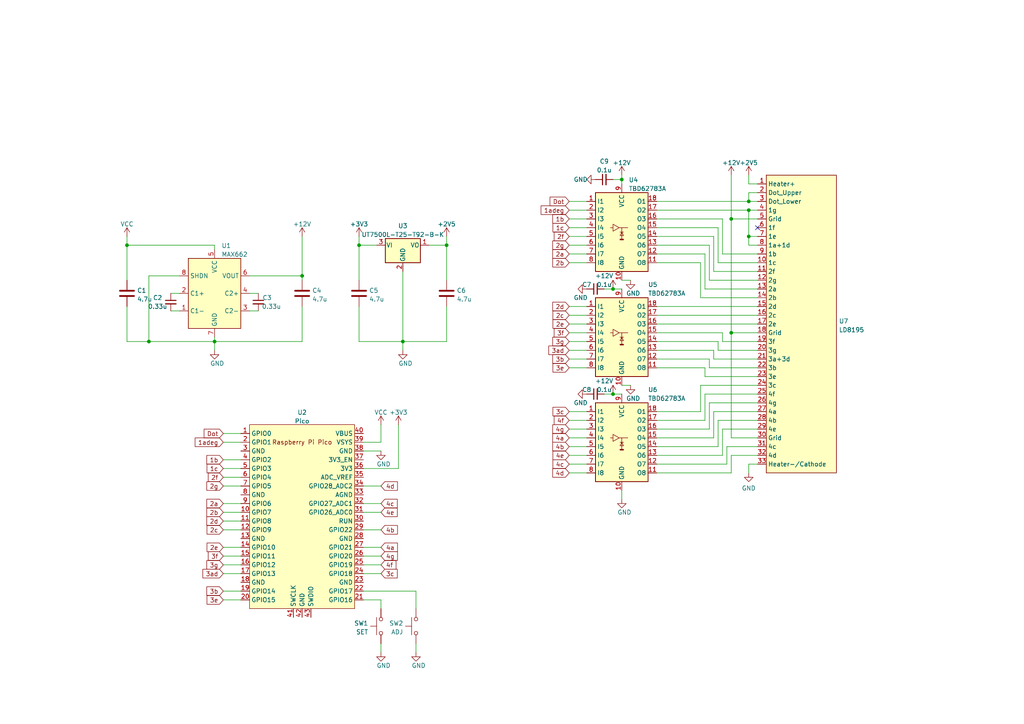
<source format=kicad_sch>
(kicad_sch (version 20211123) (generator eeschema)

  (uuid c37463ba-c99a-4a35-94ff-d4c55065ea71)

  (paper "A4")

  (lib_symbols
    (symbol "Device:C" (pin_numbers hide) (pin_names (offset 0.254)) (in_bom yes) (on_board yes)
      (property "Reference" "C" (id 0) (at 0.635 2.54 0)
        (effects (font (size 1.27 1.27)) (justify left))
      )
      (property "Value" "C" (id 1) (at 0.635 -2.54 0)
        (effects (font (size 1.27 1.27)) (justify left))
      )
      (property "Footprint" "" (id 2) (at 0.9652 -3.81 0)
        (effects (font (size 1.27 1.27)) hide)
      )
      (property "Datasheet" "~" (id 3) (at 0 0 0)
        (effects (font (size 1.27 1.27)) hide)
      )
      (property "ki_keywords" "cap capacitor" (id 4) (at 0 0 0)
        (effects (font (size 1.27 1.27)) hide)
      )
      (property "ki_description" "Unpolarized capacitor" (id 5) (at 0 0 0)
        (effects (font (size 1.27 1.27)) hide)
      )
      (property "ki_fp_filters" "C_*" (id 6) (at 0 0 0)
        (effects (font (size 1.27 1.27)) hide)
      )
      (symbol "C_0_1"
        (polyline
          (pts
            (xy -2.032 -0.762)
            (xy 2.032 -0.762)
          )
          (stroke (width 0.508) (type default) (color 0 0 0 0))
          (fill (type none))
        )
        (polyline
          (pts
            (xy -2.032 0.762)
            (xy 2.032 0.762)
          )
          (stroke (width 0.508) (type default) (color 0 0 0 0))
          (fill (type none))
        )
      )
      (symbol "C_1_1"
        (pin passive line (at 0 3.81 270) (length 2.794)
          (name "~" (effects (font (size 1.27 1.27))))
          (number "1" (effects (font (size 1.27 1.27))))
        )
        (pin passive line (at 0 -3.81 90) (length 2.794)
          (name "~" (effects (font (size 1.27 1.27))))
          (number "2" (effects (font (size 1.27 1.27))))
        )
      )
    )
    (symbol "Device:C_Small" (pin_numbers hide) (pin_names (offset 0.254) hide) (in_bom yes) (on_board yes)
      (property "Reference" "C" (id 0) (at 0.254 1.778 0)
        (effects (font (size 1.27 1.27)) (justify left))
      )
      (property "Value" "C_Small" (id 1) (at 0.254 -2.032 0)
        (effects (font (size 1.27 1.27)) (justify left))
      )
      (property "Footprint" "" (id 2) (at 0 0 0)
        (effects (font (size 1.27 1.27)) hide)
      )
      (property "Datasheet" "~" (id 3) (at 0 0 0)
        (effects (font (size 1.27 1.27)) hide)
      )
      (property "ki_keywords" "capacitor cap" (id 4) (at 0 0 0)
        (effects (font (size 1.27 1.27)) hide)
      )
      (property "ki_description" "Unpolarized capacitor, small symbol" (id 5) (at 0 0 0)
        (effects (font (size 1.27 1.27)) hide)
      )
      (property "ki_fp_filters" "C_*" (id 6) (at 0 0 0)
        (effects (font (size 1.27 1.27)) hide)
      )
      (symbol "C_Small_0_1"
        (polyline
          (pts
            (xy -1.524 -0.508)
            (xy 1.524 -0.508)
          )
          (stroke (width 0.3302) (type default) (color 0 0 0 0))
          (fill (type none))
        )
        (polyline
          (pts
            (xy -1.524 0.508)
            (xy 1.524 0.508)
          )
          (stroke (width 0.3048) (type default) (color 0 0 0 0))
          (fill (type none))
        )
      )
      (symbol "C_Small_1_1"
        (pin passive line (at 0 2.54 270) (length 2.032)
          (name "~" (effects (font (size 1.27 1.27))))
          (number "1" (effects (font (size 1.27 1.27))))
        )
        (pin passive line (at 0 -2.54 90) (length 2.032)
          (name "~" (effects (font (size 1.27 1.27))))
          (number "2" (effects (font (size 1.27 1.27))))
        )
      )
    )
    (symbol "MCU_RaspberryPi_and_Boards:Pico" (in_bom yes) (on_board yes)
      (property "Reference" "U" (id 0) (at -13.97 27.94 0)
        (effects (font (size 1.27 1.27)))
      )
      (property "Value" "Pico" (id 1) (at 0 19.05 0)
        (effects (font (size 1.27 1.27)))
      )
      (property "Footprint" "RPi_Pico:RPi_Pico_SMD_TH" (id 2) (at 0 0 90)
        (effects (font (size 1.27 1.27)) hide)
      )
      (property "Datasheet" "" (id 3) (at 0 0 0)
        (effects (font (size 1.27 1.27)) hide)
      )
      (symbol "Pico_0_0"
        (text "Raspberry Pi Pico" (at 0 21.59 0)
          (effects (font (size 1.27 1.27)))
        )
      )
      (symbol "Pico_0_1"
        (rectangle (start -15.24 26.67) (end 15.24 -26.67)
          (stroke (width 0) (type default) (color 0 0 0 0))
          (fill (type background))
        )
      )
      (symbol "Pico_1_1"
        (pin bidirectional line (at -17.78 24.13 0) (length 2.54)
          (name "GPIO0" (effects (font (size 1.27 1.27))))
          (number "1" (effects (font (size 1.27 1.27))))
        )
        (pin bidirectional line (at -17.78 1.27 0) (length 2.54)
          (name "GPIO7" (effects (font (size 1.27 1.27))))
          (number "10" (effects (font (size 1.27 1.27))))
        )
        (pin bidirectional line (at -17.78 -1.27 0) (length 2.54)
          (name "GPIO8" (effects (font (size 1.27 1.27))))
          (number "11" (effects (font (size 1.27 1.27))))
        )
        (pin bidirectional line (at -17.78 -3.81 0) (length 2.54)
          (name "GPIO9" (effects (font (size 1.27 1.27))))
          (number "12" (effects (font (size 1.27 1.27))))
        )
        (pin power_in line (at -17.78 -6.35 0) (length 2.54)
          (name "GND" (effects (font (size 1.27 1.27))))
          (number "13" (effects (font (size 1.27 1.27))))
        )
        (pin bidirectional line (at -17.78 -8.89 0) (length 2.54)
          (name "GPIO10" (effects (font (size 1.27 1.27))))
          (number "14" (effects (font (size 1.27 1.27))))
        )
        (pin bidirectional line (at -17.78 -11.43 0) (length 2.54)
          (name "GPIO11" (effects (font (size 1.27 1.27))))
          (number "15" (effects (font (size 1.27 1.27))))
        )
        (pin bidirectional line (at -17.78 -13.97 0) (length 2.54)
          (name "GPIO12" (effects (font (size 1.27 1.27))))
          (number "16" (effects (font (size 1.27 1.27))))
        )
        (pin bidirectional line (at -17.78 -16.51 0) (length 2.54)
          (name "GPIO13" (effects (font (size 1.27 1.27))))
          (number "17" (effects (font (size 1.27 1.27))))
        )
        (pin power_in line (at -17.78 -19.05 0) (length 2.54)
          (name "GND" (effects (font (size 1.27 1.27))))
          (number "18" (effects (font (size 1.27 1.27))))
        )
        (pin bidirectional line (at -17.78 -21.59 0) (length 2.54)
          (name "GPIO14" (effects (font (size 1.27 1.27))))
          (number "19" (effects (font (size 1.27 1.27))))
        )
        (pin bidirectional line (at -17.78 21.59 0) (length 2.54)
          (name "GPIO1" (effects (font (size 1.27 1.27))))
          (number "2" (effects (font (size 1.27 1.27))))
        )
        (pin bidirectional line (at -17.78 -24.13 0) (length 2.54)
          (name "GPIO15" (effects (font (size 1.27 1.27))))
          (number "20" (effects (font (size 1.27 1.27))))
        )
        (pin bidirectional line (at 17.78 -24.13 180) (length 2.54)
          (name "GPIO16" (effects (font (size 1.27 1.27))))
          (number "21" (effects (font (size 1.27 1.27))))
        )
        (pin bidirectional line (at 17.78 -21.59 180) (length 2.54)
          (name "GPIO17" (effects (font (size 1.27 1.27))))
          (number "22" (effects (font (size 1.27 1.27))))
        )
        (pin power_in line (at 17.78 -19.05 180) (length 2.54)
          (name "GND" (effects (font (size 1.27 1.27))))
          (number "23" (effects (font (size 1.27 1.27))))
        )
        (pin bidirectional line (at 17.78 -16.51 180) (length 2.54)
          (name "GPIO18" (effects (font (size 1.27 1.27))))
          (number "24" (effects (font (size 1.27 1.27))))
        )
        (pin bidirectional line (at 17.78 -13.97 180) (length 2.54)
          (name "GPIO19" (effects (font (size 1.27 1.27))))
          (number "25" (effects (font (size 1.27 1.27))))
        )
        (pin bidirectional line (at 17.78 -11.43 180) (length 2.54)
          (name "GPIO20" (effects (font (size 1.27 1.27))))
          (number "26" (effects (font (size 1.27 1.27))))
        )
        (pin bidirectional line (at 17.78 -8.89 180) (length 2.54)
          (name "GPIO21" (effects (font (size 1.27 1.27))))
          (number "27" (effects (font (size 1.27 1.27))))
        )
        (pin power_in line (at 17.78 -6.35 180) (length 2.54)
          (name "GND" (effects (font (size 1.27 1.27))))
          (number "28" (effects (font (size 1.27 1.27))))
        )
        (pin bidirectional line (at 17.78 -3.81 180) (length 2.54)
          (name "GPIO22" (effects (font (size 1.27 1.27))))
          (number "29" (effects (font (size 1.27 1.27))))
        )
        (pin power_in line (at -17.78 19.05 0) (length 2.54)
          (name "GND" (effects (font (size 1.27 1.27))))
          (number "3" (effects (font (size 1.27 1.27))))
        )
        (pin input line (at 17.78 -1.27 180) (length 2.54)
          (name "RUN" (effects (font (size 1.27 1.27))))
          (number "30" (effects (font (size 1.27 1.27))))
        )
        (pin bidirectional line (at 17.78 1.27 180) (length 2.54)
          (name "GPIO26_ADC0" (effects (font (size 1.27 1.27))))
          (number "31" (effects (font (size 1.27 1.27))))
        )
        (pin bidirectional line (at 17.78 3.81 180) (length 2.54)
          (name "GPIO27_ADC1" (effects (font (size 1.27 1.27))))
          (number "32" (effects (font (size 1.27 1.27))))
        )
        (pin power_in line (at 17.78 6.35 180) (length 2.54)
          (name "AGND" (effects (font (size 1.27 1.27))))
          (number "33" (effects (font (size 1.27 1.27))))
        )
        (pin bidirectional line (at 17.78 8.89 180) (length 2.54)
          (name "GPIO28_ADC2" (effects (font (size 1.27 1.27))))
          (number "34" (effects (font (size 1.27 1.27))))
        )
        (pin power_in line (at 17.78 11.43 180) (length 2.54)
          (name "ADC_VREF" (effects (font (size 1.27 1.27))))
          (number "35" (effects (font (size 1.27 1.27))))
        )
        (pin power_in line (at 17.78 13.97 180) (length 2.54)
          (name "3V3" (effects (font (size 1.27 1.27))))
          (number "36" (effects (font (size 1.27 1.27))))
        )
        (pin input line (at 17.78 16.51 180) (length 2.54)
          (name "3V3_EN" (effects (font (size 1.27 1.27))))
          (number "37" (effects (font (size 1.27 1.27))))
        )
        (pin bidirectional line (at 17.78 19.05 180) (length 2.54)
          (name "GND" (effects (font (size 1.27 1.27))))
          (number "38" (effects (font (size 1.27 1.27))))
        )
        (pin power_in line (at 17.78 21.59 180) (length 2.54)
          (name "VSYS" (effects (font (size 1.27 1.27))))
          (number "39" (effects (font (size 1.27 1.27))))
        )
        (pin bidirectional line (at -17.78 16.51 0) (length 2.54)
          (name "GPIO2" (effects (font (size 1.27 1.27))))
          (number "4" (effects (font (size 1.27 1.27))))
        )
        (pin power_in line (at 17.78 24.13 180) (length 2.54)
          (name "VBUS" (effects (font (size 1.27 1.27))))
          (number "40" (effects (font (size 1.27 1.27))))
        )
        (pin input line (at -2.54 -29.21 90) (length 2.54)
          (name "SWCLK" (effects (font (size 1.27 1.27))))
          (number "41" (effects (font (size 1.27 1.27))))
        )
        (pin power_in line (at 0 -29.21 90) (length 2.54)
          (name "GND" (effects (font (size 1.27 1.27))))
          (number "42" (effects (font (size 1.27 1.27))))
        )
        (pin bidirectional line (at 2.54 -29.21 90) (length 2.54)
          (name "SWDIO" (effects (font (size 1.27 1.27))))
          (number "43" (effects (font (size 1.27 1.27))))
        )
        (pin bidirectional line (at -17.78 13.97 0) (length 2.54)
          (name "GPIO3" (effects (font (size 1.27 1.27))))
          (number "5" (effects (font (size 1.27 1.27))))
        )
        (pin bidirectional line (at -17.78 11.43 0) (length 2.54)
          (name "GPIO4" (effects (font (size 1.27 1.27))))
          (number "6" (effects (font (size 1.27 1.27))))
        )
        (pin bidirectional line (at -17.78 8.89 0) (length 2.54)
          (name "GPIO5" (effects (font (size 1.27 1.27))))
          (number "7" (effects (font (size 1.27 1.27))))
        )
        (pin power_in line (at -17.78 6.35 0) (length 2.54)
          (name "GND" (effects (font (size 1.27 1.27))))
          (number "8" (effects (font (size 1.27 1.27))))
        )
        (pin bidirectional line (at -17.78 3.81 0) (length 2.54)
          (name "GPIO6" (effects (font (size 1.27 1.27))))
          (number "9" (effects (font (size 1.27 1.27))))
        )
      )
    )
    (symbol "MotorDriver:LD8195" (in_bom yes) (on_board yes)
      (property "Reference" "U" (id 0) (at -7.62 2.54 0)
        (effects (font (size 1.27 1.27)))
      )
      (property "Value" "LD8195" (id 1) (at -7.62 0 0)
        (effects (font (size 1.27 1.27)))
      )
      (property "Footprint" "" (id 2) (at 0 0 0)
        (effects (font (size 1.27 1.27)) hide)
      )
      (property "Datasheet" "" (id 3) (at 0 0 0)
        (effects (font (size 1.27 1.27)) hide)
      )
      (symbol "LD8195_0_1"
        (rectangle (start -2.54 0) (end 83.82 20.32)
          (stroke (width 0.2) (type default) (color 0 0 0 0))
          (fill (type background))
        )
      )
      (symbol "LD8195_1_1"
        (pin power_in line (at 0 -2.54 90) (length 2.54)
          (name "Heater+" (effects (font (size 1.27 1.27))))
          (number "1" (effects (font (size 1.27 1.27))))
        )
        (pin input line (at 22.86 -2.54 90) (length 2.54)
          (name "1c" (effects (font (size 1.27 1.27))))
          (number "10" (effects (font (size 1.27 1.27))))
        )
        (pin input line (at 25.4 -2.54 90) (length 2.54)
          (name "2f" (effects (font (size 1.27 1.27))))
          (number "11" (effects (font (size 1.27 1.27))))
        )
        (pin input line (at 27.94 -2.54 90) (length 2.54)
          (name "2g" (effects (font (size 1.27 1.27))))
          (number "12" (effects (font (size 1.27 1.27))))
        )
        (pin input line (at 30.48 -2.54 90) (length 2.54)
          (name "2a" (effects (font (size 1.27 1.27))))
          (number "13" (effects (font (size 1.27 1.27))))
        )
        (pin input line (at 33.02 -2.54 90) (length 2.54)
          (name "2b" (effects (font (size 1.27 1.27))))
          (number "14" (effects (font (size 1.27 1.27))))
        )
        (pin input line (at 35.56 -2.54 90) (length 2.54)
          (name "2d" (effects (font (size 1.27 1.27))))
          (number "15" (effects (font (size 1.27 1.27))))
        )
        (pin input line (at 38.1 -2.54 90) (length 2.54)
          (name "2c" (effects (font (size 1.27 1.27))))
          (number "16" (effects (font (size 1.27 1.27))))
        )
        (pin input line (at 40.64 -2.54 90) (length 2.54)
          (name "2e" (effects (font (size 1.27 1.27))))
          (number "17" (effects (font (size 1.27 1.27))))
        )
        (pin input line (at 43.18 -2.54 90) (length 2.54)
          (name "Grid" (effects (font (size 1.27 1.27))))
          (number "18" (effects (font (size 1.27 1.27))))
        )
        (pin input line (at 45.72 -2.54 90) (length 2.54)
          (name "3f" (effects (font (size 1.27 1.27))))
          (number "19" (effects (font (size 1.27 1.27))))
        )
        (pin input line (at 2.54 -2.54 90) (length 2.54)
          (name "Dot_Upper" (effects (font (size 1.27 1.27))))
          (number "2" (effects (font (size 1.27 1.27))))
        )
        (pin input line (at 48.26 -2.54 90) (length 2.54)
          (name "3g" (effects (font (size 1.27 1.27))))
          (number "20" (effects (font (size 1.27 1.27))))
        )
        (pin input line (at 50.8 -2.54 90) (length 2.54)
          (name "3a+3d" (effects (font (size 1.27 1.27))))
          (number "21" (effects (font (size 1.27 1.27))))
        )
        (pin input line (at 53.34 -2.54 90) (length 2.54)
          (name "3b" (effects (font (size 1.27 1.27))))
          (number "22" (effects (font (size 1.27 1.27))))
        )
        (pin input line (at 55.88 -2.54 90) (length 2.54)
          (name "3e" (effects (font (size 1.27 1.27))))
          (number "23" (effects (font (size 1.27 1.27))))
        )
        (pin input line (at 58.42 -2.54 90) (length 2.54)
          (name "3c" (effects (font (size 1.27 1.27))))
          (number "24" (effects (font (size 1.27 1.27))))
        )
        (pin input line (at 60.96 -2.54 90) (length 2.54)
          (name "4f" (effects (font (size 1.27 1.27))))
          (number "25" (effects (font (size 1.27 1.27))))
        )
        (pin input line (at 63.5 -2.54 90) (length 2.54)
          (name "4g" (effects (font (size 1.27 1.27))))
          (number "26" (effects (font (size 1.27 1.27))))
        )
        (pin input line (at 66.04 -2.54 90) (length 2.54)
          (name "4a" (effects (font (size 1.27 1.27))))
          (number "27" (effects (font (size 1.27 1.27))))
        )
        (pin input line (at 68.58 -2.54 90) (length 2.54)
          (name "4b" (effects (font (size 1.27 1.27))))
          (number "28" (effects (font (size 1.27 1.27))))
        )
        (pin input line (at 71.12 -2.54 90) (length 2.54)
          (name "4e" (effects (font (size 1.27 1.27))))
          (number "29" (effects (font (size 1.27 1.27))))
        )
        (pin input line (at 5.08 -2.54 90) (length 2.54)
          (name "Dot_Lower" (effects (font (size 1.27 1.27))))
          (number "3" (effects (font (size 1.27 1.27))))
        )
        (pin input line (at 73.66 -2.54 90) (length 2.54)
          (name "Grid" (effects (font (size 1.27 1.27))))
          (number "30" (effects (font (size 1.27 1.27))))
        )
        (pin input line (at 76.2 -2.54 90) (length 2.54)
          (name "4c" (effects (font (size 1.27 1.27))))
          (number "31" (effects (font (size 1.27 1.27))))
        )
        (pin input line (at 78.74 -2.54 90) (length 2.54)
          (name "4d" (effects (font (size 1.27 1.27))))
          (number "32" (effects (font (size 1.27 1.27))))
        )
        (pin power_in line (at 81.28 -2.54 90) (length 2.54)
          (name "Heater-/Cathode" (effects (font (size 1.27 1.27))))
          (number "33" (effects (font (size 1.27 1.27))))
        )
        (pin input line (at 7.62 -2.54 90) (length 2.54)
          (name "1g" (effects (font (size 1.27 1.27))))
          (number "4" (effects (font (size 1.27 1.27))))
        )
        (pin input line (at 10.16 -2.54 90) (length 2.54)
          (name "Grid" (effects (font (size 1.27 1.27))))
          (number "5" (effects (font (size 1.27 1.27))))
        )
        (pin input line (at 12.7 -2.54 90) (length 2.54)
          (name "1f" (effects (font (size 1.27 1.27))))
          (number "6" (effects (font (size 1.27 1.27))))
        )
        (pin input line (at 15.24 -2.54 90) (length 2.54)
          (name "1e" (effects (font (size 1.27 1.27))))
          (number "7" (effects (font (size 1.27 1.27))))
        )
        (pin input line (at 17.78 -2.54 90) (length 2.54)
          (name "1a+1d" (effects (font (size 1.27 1.27))))
          (number "8" (effects (font (size 1.27 1.27))))
        )
        (pin input line (at 20.32 -2.54 90) (length 2.54)
          (name "1b" (effects (font (size 1.27 1.27))))
          (number "9" (effects (font (size 1.27 1.27))))
        )
      )
    )
    (symbol "MotorDriver:MAX662" (in_bom yes) (on_board yes)
      (property "Reference" "U" (id 0) (at 0 0 0)
        (effects (font (size 1.27 1.27)))
      )
      (property "Value" "MAX662" (id 1) (at 0 -2.54 0)
        (effects (font (size 1.27 1.27)))
      )
      (property "Footprint" "" (id 2) (at 0 0 0)
        (effects (font (size 1.27 1.27)) hide)
      )
      (property "Datasheet" "" (id 3) (at 0 0 0)
        (effects (font (size 1.27 1.27)) hide)
      )
      (symbol "MAX662_0_1"
        (rectangle (start -7.62 10.16) (end 7.62 -10.16)
          (stroke (width 0.2) (type default) (color 0 0 0 0))
          (fill (type background))
        )
      )
      (symbol "MAX662_1_1"
        (pin input line (at -10.16 -5.08 0) (length 2.54)
          (name "C1-" (effects (font (size 1.27 1.27))))
          (number "1" (effects (font (size 1.27 1.27))))
        )
        (pin input line (at -10.16 0 0) (length 2.54)
          (name "C1+" (effects (font (size 1.27 1.27))))
          (number "2" (effects (font (size 1.27 1.27))))
        )
        (pin input line (at 10.16 -5.08 180) (length 2.54)
          (name "C2-" (effects (font (size 1.27 1.27))))
          (number "3" (effects (font (size 1.27 1.27))))
        )
        (pin input line (at 10.16 0 180) (length 2.54)
          (name "C2+" (effects (font (size 1.27 1.27))))
          (number "4" (effects (font (size 1.27 1.27))))
        )
        (pin power_in line (at 0 12.7 270) (length 2.54)
          (name "VCC" (effects (font (size 1.27 1.27))))
          (number "5" (effects (font (size 1.27 1.27))))
        )
        (pin power_out line (at 10.16 5.08 180) (length 2.54)
          (name "VOUT" (effects (font (size 1.27 1.27))))
          (number "6" (effects (font (size 1.27 1.27))))
        )
        (pin power_in line (at 0 -12.7 90) (length 2.54)
          (name "GND" (effects (font (size 1.27 1.27))))
          (number "7" (effects (font (size 1.27 1.27))))
        )
        (pin input line (at -10.16 5.08 0) (length 2.54)
          (name "SHDN" (effects (font (size 1.27 1.27))))
          (number "8" (effects (font (size 1.27 1.27))))
        )
      )
    )
    (symbol "Regulator_Linear:L78L05_TO92" (pin_names (offset 0.254)) (in_bom yes) (on_board yes)
      (property "Reference" "U" (id 0) (at -3.81 3.175 0)
        (effects (font (size 1.27 1.27)))
      )
      (property "Value" "L78L05_TO92" (id 1) (at 0 3.175 0)
        (effects (font (size 1.27 1.27)) (justify left))
      )
      (property "Footprint" "Package_TO_SOT_THT:TO-92_Inline" (id 2) (at 0 5.715 0)
        (effects (font (size 1.27 1.27) italic) hide)
      )
      (property "Datasheet" "http://www.st.com/content/ccc/resource/technical/document/datasheet/15/55/e5/aa/23/5b/43/fd/CD00000446.pdf/files/CD00000446.pdf/jcr:content/translations/en.CD00000446.pdf" (id 3) (at 0 -1.27 0)
        (effects (font (size 1.27 1.27)) hide)
      )
      (property "ki_keywords" "Voltage Regulator 100mA Positive" (id 4) (at 0 0 0)
        (effects (font (size 1.27 1.27)) hide)
      )
      (property "ki_description" "Positive 100mA 30V Linear Regulator, Fixed Output 5V, TO-92" (id 5) (at 0 0 0)
        (effects (font (size 1.27 1.27)) hide)
      )
      (property "ki_fp_filters" "TO?92*" (id 6) (at 0 0 0)
        (effects (font (size 1.27 1.27)) hide)
      )
      (symbol "L78L05_TO92_0_1"
        (rectangle (start -5.08 -5.08) (end 5.08 1.905)
          (stroke (width 0.254) (type default) (color 0 0 0 0))
          (fill (type background))
        )
      )
      (symbol "L78L05_TO92_1_1"
        (pin power_out line (at 7.62 0 180) (length 2.54)
          (name "VO" (effects (font (size 1.27 1.27))))
          (number "1" (effects (font (size 1.27 1.27))))
        )
        (pin power_in line (at 0 -7.62 90) (length 2.54)
          (name "GND" (effects (font (size 1.27 1.27))))
          (number "2" (effects (font (size 1.27 1.27))))
        )
        (pin power_in line (at -7.62 0 0) (length 2.54)
          (name "VI" (effects (font (size 1.27 1.27))))
          (number "3" (effects (font (size 1.27 1.27))))
        )
      )
    )
    (symbol "Switch:SW_Push" (pin_numbers hide) (pin_names (offset 1.016) hide) (in_bom yes) (on_board yes)
      (property "Reference" "SW" (id 0) (at 1.27 2.54 0)
        (effects (font (size 1.27 1.27)) (justify left))
      )
      (property "Value" "SW_Push" (id 1) (at 0 -1.524 0)
        (effects (font (size 1.27 1.27)))
      )
      (property "Footprint" "" (id 2) (at 0 5.08 0)
        (effects (font (size 1.27 1.27)) hide)
      )
      (property "Datasheet" "~" (id 3) (at 0 5.08 0)
        (effects (font (size 1.27 1.27)) hide)
      )
      (property "ki_keywords" "switch normally-open pushbutton push-button" (id 4) (at 0 0 0)
        (effects (font (size 1.27 1.27)) hide)
      )
      (property "ki_description" "Push button switch, generic, two pins" (id 5) (at 0 0 0)
        (effects (font (size 1.27 1.27)) hide)
      )
      (symbol "SW_Push_0_1"
        (circle (center -2.032 0) (radius 0.508)
          (stroke (width 0) (type default) (color 0 0 0 0))
          (fill (type none))
        )
        (polyline
          (pts
            (xy 0 1.27)
            (xy 0 3.048)
          )
          (stroke (width 0) (type default) (color 0 0 0 0))
          (fill (type none))
        )
        (polyline
          (pts
            (xy 2.54 1.27)
            (xy -2.54 1.27)
          )
          (stroke (width 0) (type default) (color 0 0 0 0))
          (fill (type none))
        )
        (circle (center 2.032 0) (radius 0.508)
          (stroke (width 0) (type default) (color 0 0 0 0))
          (fill (type none))
        )
        (pin passive line (at -5.08 0 0) (length 2.54)
          (name "1" (effects (font (size 1.27 1.27))))
          (number "1" (effects (font (size 1.27 1.27))))
        )
        (pin passive line (at 5.08 0 180) (length 2.54)
          (name "2" (effects (font (size 1.27 1.27))))
          (number "2" (effects (font (size 1.27 1.27))))
        )
      )
    )
    (symbol "Transistor_Array:TBD62783A" (in_bom yes) (on_board yes)
      (property "Reference" "U" (id 0) (at -7.62 11.43 0)
        (effects (font (size 1.27 1.27)) (justify left))
      )
      (property "Value" "TBD62783A" (id 1) (at 1.27 11.43 0)
        (effects (font (size 1.27 1.27)) (justify left))
      )
      (property "Footprint" "" (id 2) (at 0 -13.97 0)
        (effects (font (size 1.27 1.27)) hide)
      )
      (property "Datasheet" "http://toshiba.semicon-storage.com/info/docget.jsp?did=30523&prodName=TBD62783APG" (id 3) (at -7.62 10.16 0)
        (effects (font (size 1.27 1.27)) hide)
      )
      (property "ki_keywords" "relays solenoids lamps steppers servos LEDs" (id 4) (at 0 0 0)
        (effects (font (size 1.27 1.27)) hide)
      )
      (property "ki_description" "8-Channel Source Type Transistor Array, TTL and CMOS compatible, 500mA, 50V, DIP-18/SOP-18/SSOP-18/SOIC-18W" (id 5) (at 0 0 0)
        (effects (font (size 1.27 1.27)) hide)
      )
      (property "ki_fp_filters" "DIP*W7.62mm* SOP*7.0x12.5mm*P1.27mm* SSOP*4.4x6.5mm*P0.65mm* SOIC*7.5x11.6mm*P1.27mm*" (id 6) (at 0 0 0)
        (effects (font (size 1.27 1.27)) hide)
      )
      (symbol "TBD62783A_0_1"
        (rectangle (start -7.62 10.16) (end 7.62 -12.7)
          (stroke (width 0.254) (type default) (color 0 0 0 0))
          (fill (type background))
        )
        (rectangle (start -0.508 -3.302) (end 0.508 -3.556)
          (stroke (width 0) (type default) (color 0 0 0 0))
          (fill (type outline))
        )
        (polyline
          (pts
            (xy -1.778 -2.794)
            (xy -1.778 -2.794)
          )
          (stroke (width 0.254) (type default) (color 0 0 0 0))
          (fill (type none))
        )
        (polyline
          (pts
            (xy -1.778 -2.032)
            (xy -1.778 -2.032)
          )
          (stroke (width 0.254) (type default) (color 0 0 0 0))
          (fill (type none))
        )
        (polyline
          (pts
            (xy -1.778 -1.27)
            (xy -1.778 -1.27)
          )
          (stroke (width 0.254) (type default) (color 0 0 0 0))
          (fill (type none))
        )
        (polyline
          (pts
            (xy -1.778 1.27)
            (xy -1.778 1.27)
          )
          (stroke (width 0.254) (type default) (color 0 0 0 0))
          (fill (type none))
        )
        (polyline
          (pts
            (xy -1.778 2.032)
            (xy -1.778 2.032)
          )
          (stroke (width 0.254) (type default) (color 0 0 0 0))
          (fill (type none))
        )
        (polyline
          (pts
            (xy -1.778 2.794)
            (xy -1.778 2.794)
          )
          (stroke (width 0.254) (type default) (color 0 0 0 0))
          (fill (type none))
        )
        (polyline
          (pts
            (xy -0.762 0)
            (xy 1.778 0)
          )
          (stroke (width 0) (type default) (color 0 0 0 0))
          (fill (type none))
        )
        (polyline
          (pts
            (xy -0.508 -1.27)
            (xy 0.508 -1.27)
          )
          (stroke (width 0) (type default) (color 0 0 0 0))
          (fill (type none))
        )
        (polyline
          (pts
            (xy 0 0)
            (xy 0 -3.302)
          )
          (stroke (width 0) (type default) (color 0 0 0 0))
          (fill (type none))
        )
        (polyline
          (pts
            (xy 0 0)
            (xy 0 0)
          )
          (stroke (width 0.508) (type default) (color 0 0 0 0))
          (fill (type none))
        )
        (polyline
          (pts
            (xy 0 -1.27)
            (xy -0.508 -2.286)
            (xy 0.508 -2.286)
            (xy 0 -1.27)
          )
          (stroke (width 0) (type default) (color 0 0 0 0))
          (fill (type none))
        )
        (polyline
          (pts
            (xy -3.302 0)
            (xy -2.54 0)
            (xy -2.54 1.016)
            (xy -0.762 0)
            (xy -2.54 -1.016)
            (xy -2.54 0)
          )
          (stroke (width 0) (type default) (color 0 0 0 0))
          (fill (type none))
        )
      )
      (symbol "TBD62783A_1_1"
        (pin input line (at -10.16 7.62 0) (length 2.54)
          (name "I1" (effects (font (size 1.27 1.27))))
          (number "1" (effects (font (size 1.27 1.27))))
        )
        (pin power_in line (at 0 -15.24 90) (length 2.54)
          (name "GND" (effects (font (size 1.27 1.27))))
          (number "10" (effects (font (size 1.27 1.27))))
        )
        (pin open_emitter line (at 10.16 -10.16 180) (length 2.54)
          (name "O8" (effects (font (size 1.27 1.27))))
          (number "11" (effects (font (size 1.27 1.27))))
        )
        (pin open_emitter line (at 10.16 -7.62 180) (length 2.54)
          (name "O7" (effects (font (size 1.27 1.27))))
          (number "12" (effects (font (size 1.27 1.27))))
        )
        (pin open_emitter line (at 10.16 -5.08 180) (length 2.54)
          (name "O6" (effects (font (size 1.27 1.27))))
          (number "13" (effects (font (size 1.27 1.27))))
        )
        (pin open_emitter line (at 10.16 -2.54 180) (length 2.54)
          (name "O5" (effects (font (size 1.27 1.27))))
          (number "14" (effects (font (size 1.27 1.27))))
        )
        (pin open_emitter line (at 10.16 0 180) (length 2.54)
          (name "O4" (effects (font (size 1.27 1.27))))
          (number "15" (effects (font (size 1.27 1.27))))
        )
        (pin open_emitter line (at 10.16 2.54 180) (length 2.54)
          (name "O3" (effects (font (size 1.27 1.27))))
          (number "16" (effects (font (size 1.27 1.27))))
        )
        (pin open_emitter line (at 10.16 5.08 180) (length 2.54)
          (name "O2" (effects (font (size 1.27 1.27))))
          (number "17" (effects (font (size 1.27 1.27))))
        )
        (pin open_emitter line (at 10.16 7.62 180) (length 2.54)
          (name "O1" (effects (font (size 1.27 1.27))))
          (number "18" (effects (font (size 1.27 1.27))))
        )
        (pin input line (at -10.16 5.08 0) (length 2.54)
          (name "I2" (effects (font (size 1.27 1.27))))
          (number "2" (effects (font (size 1.27 1.27))))
        )
        (pin input line (at -10.16 2.54 0) (length 2.54)
          (name "I3" (effects (font (size 1.27 1.27))))
          (number "3" (effects (font (size 1.27 1.27))))
        )
        (pin input line (at -10.16 0 0) (length 2.54)
          (name "I4" (effects (font (size 1.27 1.27))))
          (number "4" (effects (font (size 1.27 1.27))))
        )
        (pin input line (at -10.16 -2.54 0) (length 2.54)
          (name "I5" (effects (font (size 1.27 1.27))))
          (number "5" (effects (font (size 1.27 1.27))))
        )
        (pin input line (at -10.16 -5.08 0) (length 2.54)
          (name "I6" (effects (font (size 1.27 1.27))))
          (number "6" (effects (font (size 1.27 1.27))))
        )
        (pin input line (at -10.16 -7.62 0) (length 2.54)
          (name "I7" (effects (font (size 1.27 1.27))))
          (number "7" (effects (font (size 1.27 1.27))))
        )
        (pin input line (at -10.16 -10.16 0) (length 2.54)
          (name "I8" (effects (font (size 1.27 1.27))))
          (number "8" (effects (font (size 1.27 1.27))))
        )
        (pin power_in line (at 0 12.7 270) (length 2.54)
          (name "VCC" (effects (font (size 1.27 1.27))))
          (number "9" (effects (font (size 1.27 1.27))))
        )
      )
    )
    (symbol "power:+12V" (power) (pin_names (offset 0)) (in_bom yes) (on_board yes)
      (property "Reference" "#PWR" (id 0) (at 0 -3.81 0)
        (effects (font (size 1.27 1.27)) hide)
      )
      (property "Value" "+12V" (id 1) (at 0 3.556 0)
        (effects (font (size 1.27 1.27)))
      )
      (property "Footprint" "" (id 2) (at 0 0 0)
        (effects (font (size 1.27 1.27)) hide)
      )
      (property "Datasheet" "" (id 3) (at 0 0 0)
        (effects (font (size 1.27 1.27)) hide)
      )
      (property "ki_keywords" "power-flag" (id 4) (at 0 0 0)
        (effects (font (size 1.27 1.27)) hide)
      )
      (property "ki_description" "Power symbol creates a global label with name \"+12V\"" (id 5) (at 0 0 0)
        (effects (font (size 1.27 1.27)) hide)
      )
      (symbol "+12V_0_1"
        (polyline
          (pts
            (xy -0.762 1.27)
            (xy 0 2.54)
          )
          (stroke (width 0) (type default) (color 0 0 0 0))
          (fill (type none))
        )
        (polyline
          (pts
            (xy 0 0)
            (xy 0 2.54)
          )
          (stroke (width 0) (type default) (color 0 0 0 0))
          (fill (type none))
        )
        (polyline
          (pts
            (xy 0 2.54)
            (xy 0.762 1.27)
          )
          (stroke (width 0) (type default) (color 0 0 0 0))
          (fill (type none))
        )
      )
      (symbol "+12V_1_1"
        (pin power_in line (at 0 0 90) (length 0) hide
          (name "+12V" (effects (font (size 1.27 1.27))))
          (number "1" (effects (font (size 1.27 1.27))))
        )
      )
    )
    (symbol "power:+2V5" (power) (pin_names (offset 0)) (in_bom yes) (on_board yes)
      (property "Reference" "#PWR" (id 0) (at 0 -3.81 0)
        (effects (font (size 1.27 1.27)) hide)
      )
      (property "Value" "+2V5" (id 1) (at 0 3.556 0)
        (effects (font (size 1.27 1.27)))
      )
      (property "Footprint" "" (id 2) (at 0 0 0)
        (effects (font (size 1.27 1.27)) hide)
      )
      (property "Datasheet" "" (id 3) (at 0 0 0)
        (effects (font (size 1.27 1.27)) hide)
      )
      (property "ki_keywords" "power-flag" (id 4) (at 0 0 0)
        (effects (font (size 1.27 1.27)) hide)
      )
      (property "ki_description" "Power symbol creates a global label with name \"+2V5\"" (id 5) (at 0 0 0)
        (effects (font (size 1.27 1.27)) hide)
      )
      (symbol "+2V5_0_1"
        (polyline
          (pts
            (xy -0.762 1.27)
            (xy 0 2.54)
          )
          (stroke (width 0) (type default) (color 0 0 0 0))
          (fill (type none))
        )
        (polyline
          (pts
            (xy 0 0)
            (xy 0 2.54)
          )
          (stroke (width 0) (type default) (color 0 0 0 0))
          (fill (type none))
        )
        (polyline
          (pts
            (xy 0 2.54)
            (xy 0.762 1.27)
          )
          (stroke (width 0) (type default) (color 0 0 0 0))
          (fill (type none))
        )
      )
      (symbol "+2V5_1_1"
        (pin power_in line (at 0 0 90) (length 0) hide
          (name "+2V5" (effects (font (size 1.27 1.27))))
          (number "1" (effects (font (size 1.27 1.27))))
        )
      )
    )
    (symbol "power:+3V3" (power) (pin_names (offset 0)) (in_bom yes) (on_board yes)
      (property "Reference" "#PWR" (id 0) (at 0 -3.81 0)
        (effects (font (size 1.27 1.27)) hide)
      )
      (property "Value" "+3V3" (id 1) (at 0 3.556 0)
        (effects (font (size 1.27 1.27)))
      )
      (property "Footprint" "" (id 2) (at 0 0 0)
        (effects (font (size 1.27 1.27)) hide)
      )
      (property "Datasheet" "" (id 3) (at 0 0 0)
        (effects (font (size 1.27 1.27)) hide)
      )
      (property "ki_keywords" "power-flag" (id 4) (at 0 0 0)
        (effects (font (size 1.27 1.27)) hide)
      )
      (property "ki_description" "Power symbol creates a global label with name \"+3V3\"" (id 5) (at 0 0 0)
        (effects (font (size 1.27 1.27)) hide)
      )
      (symbol "+3V3_0_1"
        (polyline
          (pts
            (xy -0.762 1.27)
            (xy 0 2.54)
          )
          (stroke (width 0) (type default) (color 0 0 0 0))
          (fill (type none))
        )
        (polyline
          (pts
            (xy 0 0)
            (xy 0 2.54)
          )
          (stroke (width 0) (type default) (color 0 0 0 0))
          (fill (type none))
        )
        (polyline
          (pts
            (xy 0 2.54)
            (xy 0.762 1.27)
          )
          (stroke (width 0) (type default) (color 0 0 0 0))
          (fill (type none))
        )
      )
      (symbol "+3V3_1_1"
        (pin power_in line (at 0 0 90) (length 0) hide
          (name "+3V3" (effects (font (size 1.27 1.27))))
          (number "1" (effects (font (size 1.27 1.27))))
        )
      )
    )
    (symbol "power:GND" (power) (pin_names (offset 0)) (in_bom yes) (on_board yes)
      (property "Reference" "#PWR" (id 0) (at 0 -6.35 0)
        (effects (font (size 1.27 1.27)) hide)
      )
      (property "Value" "GND" (id 1) (at 0 -3.81 0)
        (effects (font (size 1.27 1.27)))
      )
      (property "Footprint" "" (id 2) (at 0 0 0)
        (effects (font (size 1.27 1.27)) hide)
      )
      (property "Datasheet" "" (id 3) (at 0 0 0)
        (effects (font (size 1.27 1.27)) hide)
      )
      (property "ki_keywords" "power-flag" (id 4) (at 0 0 0)
        (effects (font (size 1.27 1.27)) hide)
      )
      (property "ki_description" "Power symbol creates a global label with name \"GND\" , ground" (id 5) (at 0 0 0)
        (effects (font (size 1.27 1.27)) hide)
      )
      (symbol "GND_0_1"
        (polyline
          (pts
            (xy 0 0)
            (xy 0 -1.27)
            (xy 1.27 -1.27)
            (xy 0 -2.54)
            (xy -1.27 -1.27)
            (xy 0 -1.27)
          )
          (stroke (width 0) (type default) (color 0 0 0 0))
          (fill (type none))
        )
      )
      (symbol "GND_1_1"
        (pin power_in line (at 0 0 270) (length 0) hide
          (name "GND" (effects (font (size 1.27 1.27))))
          (number "1" (effects (font (size 1.27 1.27))))
        )
      )
    )
    (symbol "power:VCC" (power) (pin_names (offset 0)) (in_bom yes) (on_board yes)
      (property "Reference" "#PWR" (id 0) (at 0 -3.81 0)
        (effects (font (size 1.27 1.27)) hide)
      )
      (property "Value" "VCC" (id 1) (at 0 3.81 0)
        (effects (font (size 1.27 1.27)))
      )
      (property "Footprint" "" (id 2) (at 0 0 0)
        (effects (font (size 1.27 1.27)) hide)
      )
      (property "Datasheet" "" (id 3) (at 0 0 0)
        (effects (font (size 1.27 1.27)) hide)
      )
      (property "ki_keywords" "power-flag" (id 4) (at 0 0 0)
        (effects (font (size 1.27 1.27)) hide)
      )
      (property "ki_description" "Power symbol creates a global label with name \"VCC\"" (id 5) (at 0 0 0)
        (effects (font (size 1.27 1.27)) hide)
      )
      (symbol "VCC_0_1"
        (polyline
          (pts
            (xy -0.762 1.27)
            (xy 0 2.54)
          )
          (stroke (width 0) (type default) (color 0 0 0 0))
          (fill (type none))
        )
        (polyline
          (pts
            (xy 0 0)
            (xy 0 2.54)
          )
          (stroke (width 0) (type default) (color 0 0 0 0))
          (fill (type none))
        )
        (polyline
          (pts
            (xy 0 2.54)
            (xy 0.762 1.27)
          )
          (stroke (width 0) (type default) (color 0 0 0 0))
          (fill (type none))
        )
      )
      (symbol "VCC_1_1"
        (pin power_in line (at 0 0 90) (length 0) hide
          (name "VCC" (effects (font (size 1.27 1.27))))
          (number "1" (effects (font (size 1.27 1.27))))
        )
      )
    )
  )

  (junction (at 212.09 63.5) (diameter 0) (color 0 0 0 0)
    (uuid 06807959-4b30-4326-9f54-c55c4f77bb93)
  )
  (junction (at 43.18 99.06) (diameter 0) (color 0 0 0 0)
    (uuid 07965a24-ad66-4bea-8c6b-840697402983)
  )
  (junction (at 217.17 68.58) (diameter 0) (color 0 0 0 0)
    (uuid 1657e213-dc24-4b74-b35b-99c1fc8e59ad)
  )
  (junction (at 212.09 96.52) (diameter 0) (color 0 0 0 0)
    (uuid 1e0b6dca-68dd-4d3b-9928-3abb5f5adaf8)
  )
  (junction (at 180.34 52.07) (diameter 0) (color 0 0 0 0)
    (uuid 2472a8db-4b03-491d-bede-3ae305b43b7d)
  )
  (junction (at 87.63 80.01) (diameter 0) (color 0 0 0 0)
    (uuid 2df889fa-3857-4597-b56f-b85c1c58c634)
  )
  (junction (at 104.14 71.12) (diameter 0) (color 0 0 0 0)
    (uuid 37a206d4-7438-444e-9824-817937211c6e)
  )
  (junction (at 116.84 99.06) (diameter 0) (color 0 0 0 0)
    (uuid 3d096684-18c5-4e8c-9c9c-ae0b256be000)
  )
  (junction (at 217.17 60.96) (diameter 0) (color 0 0 0 0)
    (uuid 591e6097-a28c-49b5-be43-5cefe869667b)
  )
  (junction (at 217.17 58.42) (diameter 0) (color 0 0 0 0)
    (uuid 96780ef5-4ab0-458a-8e3a-c7a0b4b29df1)
  )
  (junction (at 62.23 99.06) (diameter 0) (color 0 0 0 0)
    (uuid c19f2859-d278-477d-b1d9-db0aa152c2e1)
  )
  (junction (at 129.54 71.12) (diameter 0) (color 0 0 0 0)
    (uuid e544984c-7fba-4194-b6af-3ff5e4b18084)
  )
  (junction (at 177.8 83.82) (diameter 0) (color 0 0 0 0)
    (uuid eee770dc-9258-48c5-b176-1ed1c7a4ccb2)
  )
  (junction (at 177.8 114.3) (diameter 0) (color 0 0 0 0)
    (uuid f4e721c1-42a9-4a87-8231-cc4e18609ddc)
  )
  (junction (at 36.83 71.12) (diameter 0) (color 0 0 0 0)
    (uuid fe6b7033-c1be-4abd-aa85-c7ca6eae0bee)
  )

  (no_connect (at 219.71 66.04) (uuid 90031e66-36c4-4373-b833-1448a26de803))

  (wire (pts (xy 165.1 134.62) (xy 170.18 134.62))
    (stroke (width 0) (type default) (color 0 0 0 0))
    (uuid 00c33ac1-d664-40d9-bff8-a58033db703f)
  )
  (wire (pts (xy 129.54 88.9) (xy 129.54 99.06))
    (stroke (width 0) (type default) (color 0 0 0 0))
    (uuid 03bfd65a-e459-4466-9511-9a7701bd1c0f)
  )
  (wire (pts (xy 204.47 109.22) (xy 219.71 109.22))
    (stroke (width 0) (type default) (color 0 0 0 0))
    (uuid 05c9c8c5-7ad2-43a3-8e6b-ed780d1b912d)
  )
  (wire (pts (xy 207.01 119.38) (xy 219.71 119.38))
    (stroke (width 0) (type default) (color 0 0 0 0))
    (uuid 09974008-8f09-48c1-9638-ed0186dfafe1)
  )
  (wire (pts (xy 217.17 50.8) (xy 217.17 53.34))
    (stroke (width 0) (type default) (color 0 0 0 0))
    (uuid 09d006a8-a31b-42ca-b2ac-b864d70f983e)
  )
  (wire (pts (xy 110.49 140.97) (xy 105.41 140.97))
    (stroke (width 0) (type default) (color 0 0 0 0))
    (uuid 0a1f745c-bfd3-4c29-8581-7da946592913)
  )
  (wire (pts (xy 165.1 132.08) (xy 170.18 132.08))
    (stroke (width 0) (type default) (color 0 0 0 0))
    (uuid 0ae9e53b-6092-4c7a-b28f-6a6dba4dcace)
  )
  (wire (pts (xy 120.65 171.45) (xy 120.65 176.53))
    (stroke (width 0) (type default) (color 0 0 0 0))
    (uuid 0d24978d-d3cf-48f5-a8a7-3373f476ca8d)
  )
  (wire (pts (xy 217.17 71.12) (xy 217.17 68.58))
    (stroke (width 0) (type default) (color 0 0 0 0))
    (uuid 0d4b609a-d7b8-45ee-9de2-5a0fcef82dbb)
  )
  (wire (pts (xy 210.82 129.54) (xy 210.82 134.62))
    (stroke (width 0) (type default) (color 0 0 0 0))
    (uuid 0d5d7fe3-43f1-4974-b5f1-facbed1bc6c2)
  )
  (wire (pts (xy 72.39 85.09) (xy 74.93 85.09))
    (stroke (width 0) (type default) (color 0 0 0 0))
    (uuid 0dd80968-3394-4e21-b279-b55c6a294566)
  )
  (wire (pts (xy 205.74 71.12) (xy 205.74 81.28))
    (stroke (width 0) (type default) (color 0 0 0 0))
    (uuid 0e9bbb5a-089f-4c4d-825f-ab634df8ebc1)
  )
  (wire (pts (xy 209.55 124.46) (xy 219.71 124.46))
    (stroke (width 0) (type default) (color 0 0 0 0))
    (uuid 17eda9a4-6c36-474b-8ed8-ce25677991d4)
  )
  (wire (pts (xy 217.17 134.62) (xy 219.71 134.62))
    (stroke (width 0) (type default) (color 0 0 0 0))
    (uuid 18cffa31-6464-4086-9dc3-9e4a1d7e0762)
  )
  (wire (pts (xy 205.74 104.14) (xy 190.5 104.14))
    (stroke (width 0) (type default) (color 0 0 0 0))
    (uuid 18dde7b3-36c7-401d-b3f4-c59534a9ea4a)
  )
  (wire (pts (xy 87.63 80.01) (xy 87.63 81.28))
    (stroke (width 0) (type default) (color 0 0 0 0))
    (uuid 1b0d946d-ed19-4646-bcfd-0658eb20755a)
  )
  (wire (pts (xy 219.71 55.88) (xy 217.17 55.88))
    (stroke (width 0) (type default) (color 0 0 0 0))
    (uuid 1ee82763-cc49-44d7-b554-e819d17cef85)
  )
  (wire (pts (xy 175.26 83.82) (xy 177.8 83.82))
    (stroke (width 0) (type default) (color 0 0 0 0))
    (uuid 204f5998-6af1-43bd-9493-cad5efdcaa33)
  )
  (wire (pts (xy 43.18 99.06) (xy 36.83 99.06))
    (stroke (width 0) (type default) (color 0 0 0 0))
    (uuid 20df643a-bc28-421d-98da-e2add096168b)
  )
  (wire (pts (xy 62.23 97.79) (xy 62.23 99.06))
    (stroke (width 0) (type default) (color 0 0 0 0))
    (uuid 2488400b-206e-4708-99bf-e85242b8ac76)
  )
  (wire (pts (xy 64.77 148.59) (xy 69.85 148.59))
    (stroke (width 0) (type default) (color 0 0 0 0))
    (uuid 249467ce-7e11-449f-96d7-8edae58991b7)
  )
  (wire (pts (xy 203.2 76.2) (xy 203.2 86.36))
    (stroke (width 0) (type default) (color 0 0 0 0))
    (uuid 25cf75f8-be54-4e3b-8fee-1c246a923086)
  )
  (wire (pts (xy 110.49 163.83) (xy 105.41 163.83))
    (stroke (width 0) (type default) (color 0 0 0 0))
    (uuid 25de146f-b9c3-45e7-8cd9-23a937279167)
  )
  (wire (pts (xy 165.1 88.9) (xy 170.18 88.9))
    (stroke (width 0) (type default) (color 0 0 0 0))
    (uuid 293e6422-81e1-481a-af9a-6a21509e4dac)
  )
  (wire (pts (xy 110.49 153.67) (xy 105.41 153.67))
    (stroke (width 0) (type default) (color 0 0 0 0))
    (uuid 2a5299a2-f0e5-4ecb-8cc4-2e204893684e)
  )
  (wire (pts (xy 64.77 133.35) (xy 69.85 133.35))
    (stroke (width 0) (type default) (color 0 0 0 0))
    (uuid 2ab1e1b7-69b0-4999-92a5-c8faa2980742)
  )
  (wire (pts (xy 180.34 52.07) (xy 180.34 53.34))
    (stroke (width 0) (type default) (color 0 0 0 0))
    (uuid 2af1b3cc-e406-46b6-bc99-9cd67903c096)
  )
  (wire (pts (xy 64.77 151.13) (xy 69.85 151.13))
    (stroke (width 0) (type default) (color 0 0 0 0))
    (uuid 2b9e7005-e42f-4708-bcc0-b6d3cb9d0007)
  )
  (wire (pts (xy 212.09 50.8) (xy 212.09 63.5))
    (stroke (width 0) (type default) (color 0 0 0 0))
    (uuid 2d62d9a5-f672-41f2-9706-711c9a11fccf)
  )
  (wire (pts (xy 36.83 71.12) (xy 36.83 81.28))
    (stroke (width 0) (type default) (color 0 0 0 0))
    (uuid 2eb20afa-256c-4cfd-ac29-eecc49990135)
  )
  (wire (pts (xy 110.49 189.23) (xy 110.49 186.69))
    (stroke (width 0) (type default) (color 0 0 0 0))
    (uuid 2edf1506-a933-4d83-a75a-c23b94e16ce8)
  )
  (wire (pts (xy 217.17 137.16) (xy 217.17 134.62))
    (stroke (width 0) (type default) (color 0 0 0 0))
    (uuid 3206bdbf-8fbb-4785-838b-306db4511c92)
  )
  (wire (pts (xy 190.5 124.46) (xy 205.74 124.46))
    (stroke (width 0) (type default) (color 0 0 0 0))
    (uuid 320c5a4d-f98f-4a37-ae0a-d475e465bb95)
  )
  (wire (pts (xy 165.1 63.5) (xy 170.18 63.5))
    (stroke (width 0) (type default) (color 0 0 0 0))
    (uuid 3405ea9a-fb38-4f32-acd2-8b27b0c0b557)
  )
  (wire (pts (xy 64.77 140.97) (xy 69.85 140.97))
    (stroke (width 0) (type default) (color 0 0 0 0))
    (uuid 3463e97a-77d1-4856-a4fe-5d2037bda00a)
  )
  (wire (pts (xy 190.5 63.5) (xy 209.55 63.5))
    (stroke (width 0) (type default) (color 0 0 0 0))
    (uuid 35a13853-f4e1-4f9c-863a-07241e85fc70)
  )
  (wire (pts (xy 190.5 73.66) (xy 204.47 73.66))
    (stroke (width 0) (type default) (color 0 0 0 0))
    (uuid 368c89a7-bfae-4b4b-90c9-f59ae2e0f7ee)
  )
  (wire (pts (xy 87.63 68.58) (xy 87.63 80.01))
    (stroke (width 0) (type default) (color 0 0 0 0))
    (uuid 3a7d2fd9-a09a-4781-8a70-3d81bfd2c87a)
  )
  (wire (pts (xy 219.71 63.5) (xy 212.09 63.5))
    (stroke (width 0) (type default) (color 0 0 0 0))
    (uuid 3a8e5d56-c042-46b2-a713-228234e57118)
  )
  (wire (pts (xy 208.28 66.04) (xy 208.28 76.2))
    (stroke (width 0) (type default) (color 0 0 0 0))
    (uuid 3c296a39-30e1-41e9-81f8-92b9a4eded7e)
  )
  (wire (pts (xy 217.17 55.88) (xy 217.17 58.42))
    (stroke (width 0) (type default) (color 0 0 0 0))
    (uuid 3dbfb3e8-7919-4155-b260-4596cec8f6e9)
  )
  (wire (pts (xy 190.5 119.38) (xy 203.2 119.38))
    (stroke (width 0) (type default) (color 0 0 0 0))
    (uuid 3ecb5b60-7f81-43e1-be9b-92caee807518)
  )
  (wire (pts (xy 165.1 124.46) (xy 170.18 124.46))
    (stroke (width 0) (type default) (color 0 0 0 0))
    (uuid 402bb9d9-6018-40d3-9f0d-fadcc4ba3d46)
  )
  (wire (pts (xy 105.41 171.45) (xy 120.65 171.45))
    (stroke (width 0) (type default) (color 0 0 0 0))
    (uuid 40ab0913-d7dd-47dc-a62c-e0468b19c72f)
  )
  (wire (pts (xy 165.1 91.44) (xy 170.18 91.44))
    (stroke (width 0) (type default) (color 0 0 0 0))
    (uuid 40f2dc5c-90bd-4c99-8321-98ef833e6060)
  )
  (wire (pts (xy 190.5 76.2) (xy 203.2 76.2))
    (stroke (width 0) (type default) (color 0 0 0 0))
    (uuid 41229032-7d1f-407e-8eb8-b059c236600f)
  )
  (wire (pts (xy 110.49 130.81) (xy 105.41 130.81))
    (stroke (width 0) (type default) (color 0 0 0 0))
    (uuid 41a7c153-30bf-4ebc-b694-58dd1f19f1f2)
  )
  (wire (pts (xy 64.77 163.83) (xy 69.85 163.83))
    (stroke (width 0) (type default) (color 0 0 0 0))
    (uuid 424a9001-d9a7-4db9-b0b2-b0e4c56baf52)
  )
  (wire (pts (xy 219.71 71.12) (xy 217.17 71.12))
    (stroke (width 0) (type default) (color 0 0 0 0))
    (uuid 44fa9ce9-c3b6-4917-a580-4ad805036cc0)
  )
  (wire (pts (xy 207.01 78.74) (xy 219.71 78.74))
    (stroke (width 0) (type default) (color 0 0 0 0))
    (uuid 48736258-4ba9-4fbd-85c9-003d0e04c14f)
  )
  (wire (pts (xy 64.77 128.27) (xy 69.85 128.27))
    (stroke (width 0) (type default) (color 0 0 0 0))
    (uuid 492db4b7-57b3-4eeb-8f03-dfa089e1ba35)
  )
  (wire (pts (xy 204.47 106.68) (xy 204.47 109.22))
    (stroke (width 0) (type default) (color 0 0 0 0))
    (uuid 495b0c6a-11bc-4e82-89c8-fa550136fd1a)
  )
  (wire (pts (xy 110.49 158.75) (xy 105.41 158.75))
    (stroke (width 0) (type default) (color 0 0 0 0))
    (uuid 4aa738ce-7e94-4349-a015-964afc3c21f3)
  )
  (wire (pts (xy 190.5 137.16) (xy 212.09 137.16))
    (stroke (width 0) (type default) (color 0 0 0 0))
    (uuid 4d3978e2-f5a7-4730-aea3-ef4fdf20f4d8)
  )
  (wire (pts (xy 36.83 88.9) (xy 36.83 99.06))
    (stroke (width 0) (type default) (color 0 0 0 0))
    (uuid 4e0d33b8-2ae6-4886-a9dc-58e6da599e8d)
  )
  (wire (pts (xy 190.5 99.06) (xy 208.28 99.06))
    (stroke (width 0) (type default) (color 0 0 0 0))
    (uuid 4e1d34ca-975d-453c-9af5-49e1fbe8608a)
  )
  (wire (pts (xy 208.28 101.6) (xy 219.71 101.6))
    (stroke (width 0) (type default) (color 0 0 0 0))
    (uuid 4f8c4706-b35f-46a8-8e93-966af6c4216b)
  )
  (wire (pts (xy 124.46 71.12) (xy 129.54 71.12))
    (stroke (width 0) (type default) (color 0 0 0 0))
    (uuid 5268908e-aba5-45bb-bccc-20bbb3383953)
  )
  (wire (pts (xy 165.1 101.6) (xy 170.18 101.6))
    (stroke (width 0) (type default) (color 0 0 0 0))
    (uuid 530f7ddb-ba08-4c9b-a31f-c944effd7783)
  )
  (wire (pts (xy 203.2 119.38) (xy 203.2 111.76))
    (stroke (width 0) (type default) (color 0 0 0 0))
    (uuid 53ea8f20-57d2-4876-be5e-64fe4202d6e8)
  )
  (wire (pts (xy 209.55 132.08) (xy 209.55 124.46))
    (stroke (width 0) (type default) (color 0 0 0 0))
    (uuid 5694b3e0-0ee8-436e-8b27-3941441b316a)
  )
  (wire (pts (xy 165.1 104.14) (xy 170.18 104.14))
    (stroke (width 0) (type default) (color 0 0 0 0))
    (uuid 58625177-ca84-4169-a6a0-4850835b0485)
  )
  (wire (pts (xy 165.1 60.96) (xy 170.18 60.96))
    (stroke (width 0) (type default) (color 0 0 0 0))
    (uuid 58ba2ad3-606a-4914-9f56-e3575485623c)
  )
  (wire (pts (xy 116.84 99.06) (xy 116.84 101.6))
    (stroke (width 0) (type default) (color 0 0 0 0))
    (uuid 5a8e4187-ce5a-4229-ab98-682743ed0b02)
  )
  (wire (pts (xy 209.55 63.5) (xy 209.55 73.66))
    (stroke (width 0) (type default) (color 0 0 0 0))
    (uuid 5ba5ad88-0f4e-4082-bb99-fdea55246d63)
  )
  (wire (pts (xy 190.5 66.04) (xy 208.28 66.04))
    (stroke (width 0) (type default) (color 0 0 0 0))
    (uuid 5beeb1e6-645f-43a9-aeb0-ccf01880dc6b)
  )
  (wire (pts (xy 205.74 106.68) (xy 205.74 104.14))
    (stroke (width 0) (type default) (color 0 0 0 0))
    (uuid 5c031b43-4ea8-46c6-9706-237d16c3aa00)
  )
  (wire (pts (xy 207.01 104.14) (xy 219.71 104.14))
    (stroke (width 0) (type default) (color 0 0 0 0))
    (uuid 5ca110fb-bee2-4aaf-bf70-ae6e98eccef9)
  )
  (wire (pts (xy 105.41 173.99) (xy 110.49 173.99))
    (stroke (width 0) (type default) (color 0 0 0 0))
    (uuid 5dea1181-7d66-46dc-a967-b791a5e5a89c)
  )
  (wire (pts (xy 208.28 76.2) (xy 219.71 76.2))
    (stroke (width 0) (type default) (color 0 0 0 0))
    (uuid 5f072d9f-b3f7-4edf-9f79-6989185ed022)
  )
  (wire (pts (xy 72.39 90.17) (xy 74.93 90.17))
    (stroke (width 0) (type default) (color 0 0 0 0))
    (uuid 60290739-a637-4803-9c38-db7884f32d9a)
  )
  (wire (pts (xy 205.74 124.46) (xy 205.74 116.84))
    (stroke (width 0) (type default) (color 0 0 0 0))
    (uuid 6155ddf9-3ee8-4207-a5d1-0e31a56d2497)
  )
  (wire (pts (xy 212.09 127) (xy 212.09 96.52))
    (stroke (width 0) (type default) (color 0 0 0 0))
    (uuid 6170f9ca-637a-4398-b8a5-52fa3c6bc512)
  )
  (wire (pts (xy 208.28 121.92) (xy 219.71 121.92))
    (stroke (width 0) (type default) (color 0 0 0 0))
    (uuid 624e7207-f883-46e5-8d5c-80685b0c9511)
  )
  (wire (pts (xy 219.71 127) (xy 212.09 127))
    (stroke (width 0) (type default) (color 0 0 0 0))
    (uuid 637b542b-38ae-4638-ae55-a25fa169dcd1)
  )
  (wire (pts (xy 165.1 73.66) (xy 170.18 73.66))
    (stroke (width 0) (type default) (color 0 0 0 0))
    (uuid 6b22c60c-5c49-4284-be8c-f7ce5c26ad43)
  )
  (wire (pts (xy 208.28 99.06) (xy 208.28 101.6))
    (stroke (width 0) (type default) (color 0 0 0 0))
    (uuid 6d7337f6-9d87-4a81-a25e-64d56019c615)
  )
  (wire (pts (xy 203.2 86.36) (xy 219.71 86.36))
    (stroke (width 0) (type default) (color 0 0 0 0))
    (uuid 6dde52eb-1b1a-473a-b2f8-1fff12420f34)
  )
  (wire (pts (xy 110.49 166.37) (xy 105.41 166.37))
    (stroke (width 0) (type default) (color 0 0 0 0))
    (uuid 70237b7b-75cb-43a5-a018-6c67ad413d62)
  )
  (wire (pts (xy 64.77 173.99) (xy 69.85 173.99))
    (stroke (width 0) (type default) (color 0 0 0 0))
    (uuid 7384ca40-e414-46f6-8a12-e6e95594d249)
  )
  (wire (pts (xy 212.09 132.08) (xy 219.71 132.08))
    (stroke (width 0) (type default) (color 0 0 0 0))
    (uuid 74d8b6b9-561f-42ca-b0c0-6aee51c2e03a)
  )
  (wire (pts (xy 205.74 81.28) (xy 219.71 81.28))
    (stroke (width 0) (type default) (color 0 0 0 0))
    (uuid 768242a7-2058-4831-8ffb-fa573e98d21c)
  )
  (wire (pts (xy 190.5 129.54) (xy 208.28 129.54))
    (stroke (width 0) (type default) (color 0 0 0 0))
    (uuid 789eb92a-1e63-4685-bb2e-d3f254dcf3fa)
  )
  (wire (pts (xy 190.5 91.44) (xy 219.71 91.44))
    (stroke (width 0) (type default) (color 0 0 0 0))
    (uuid 794f6c49-9989-459d-8086-fdc7d15787c8)
  )
  (wire (pts (xy 116.84 99.06) (xy 129.54 99.06))
    (stroke (width 0) (type default) (color 0 0 0 0))
    (uuid 7a23ffba-dc11-4dfe-a00f-b0934c7cd361)
  )
  (wire (pts (xy 165.1 106.68) (xy 170.18 106.68))
    (stroke (width 0) (type default) (color 0 0 0 0))
    (uuid 7d4f4f97-ce93-446b-ac26-eb60b83fa061)
  )
  (wire (pts (xy 72.39 80.01) (xy 87.63 80.01))
    (stroke (width 0) (type default) (color 0 0 0 0))
    (uuid 7dee2589-239f-42d1-a296-b3bed574274b)
  )
  (wire (pts (xy 87.63 88.9) (xy 87.63 99.06))
    (stroke (width 0) (type default) (color 0 0 0 0))
    (uuid 809416bc-242c-46ac-8148-66c3e2195f5a)
  )
  (wire (pts (xy 165.1 137.16) (xy 170.18 137.16))
    (stroke (width 0) (type default) (color 0 0 0 0))
    (uuid 81a8f291-7421-4bbb-8d1e-135ae4558608)
  )
  (wire (pts (xy 204.47 83.82) (xy 219.71 83.82))
    (stroke (width 0) (type default) (color 0 0 0 0))
    (uuid 825d122b-1019-4c38-ac33-ae2114dbc45d)
  )
  (wire (pts (xy 177.8 83.82) (xy 180.34 83.82))
    (stroke (width 0) (type default) (color 0 0 0 0))
    (uuid 82d35327-af10-4e18-b9cd-88a13b710a6c)
  )
  (wire (pts (xy 109.22 71.12) (xy 104.14 71.12))
    (stroke (width 0) (type default) (color 0 0 0 0))
    (uuid 8364d830-406a-4ffb-bb1d-af799e31420f)
  )
  (wire (pts (xy 209.55 73.66) (xy 219.71 73.66))
    (stroke (width 0) (type default) (color 0 0 0 0))
    (uuid 83da6c0f-af28-412f-a15c-38af8ac32163)
  )
  (wire (pts (xy 165.1 127) (xy 170.18 127))
    (stroke (width 0) (type default) (color 0 0 0 0))
    (uuid 8442799e-2498-43c6-bfba-68dc70f66ee4)
  )
  (wire (pts (xy 180.34 111.76) (xy 182.88 111.76))
    (stroke (width 0) (type default) (color 0 0 0 0))
    (uuid 84e56cec-8d25-475a-9559-c4cea5f993b3)
  )
  (wire (pts (xy 212.09 63.5) (xy 212.09 96.52))
    (stroke (width 0) (type default) (color 0 0 0 0))
    (uuid 86e0c3b4-a8f2-4a32-b1c9-f86aab02add5)
  )
  (wire (pts (xy 110.49 161.29) (xy 105.41 161.29))
    (stroke (width 0) (type default) (color 0 0 0 0))
    (uuid 883e383c-4c76-4138-9b42-34b26e044da4)
  )
  (wire (pts (xy 219.71 114.3) (xy 204.47 114.3))
    (stroke (width 0) (type default) (color 0 0 0 0))
    (uuid 88952a79-b366-4a15-90f3-aea45eb47a25)
  )
  (wire (pts (xy 165.1 76.2) (xy 170.18 76.2))
    (stroke (width 0) (type default) (color 0 0 0 0))
    (uuid 8c168ade-da04-4757-a925-ed0c0ba41da9)
  )
  (wire (pts (xy 165.1 96.52) (xy 170.18 96.52))
    (stroke (width 0) (type default) (color 0 0 0 0))
    (uuid 8c475655-2913-4a96-bd15-eb8f710f599c)
  )
  (wire (pts (xy 165.1 121.92) (xy 170.18 121.92))
    (stroke (width 0) (type default) (color 0 0 0 0))
    (uuid 8d13adf9-8773-4d19-82c2-99230d679dbe)
  )
  (wire (pts (xy 205.74 116.84) (xy 219.71 116.84))
    (stroke (width 0) (type default) (color 0 0 0 0))
    (uuid 8e06245f-7419-4100-8a31-133f72e6432d)
  )
  (wire (pts (xy 110.49 173.99) (xy 110.49 176.53))
    (stroke (width 0) (type default) (color 0 0 0 0))
    (uuid 8f9a6b9b-ab8c-47c2-8664-c8ce21fd679b)
  )
  (wire (pts (xy 110.49 148.59) (xy 105.41 148.59))
    (stroke (width 0) (type default) (color 0 0 0 0))
    (uuid 8fcdc199-ed28-47f6-a284-7d612b9315b1)
  )
  (wire (pts (xy 110.49 123.19) (xy 110.49 128.27))
    (stroke (width 0) (type default) (color 0 0 0 0))
    (uuid 90154022-a98f-4f6e-9f4a-5154aa88a95f)
  )
  (wire (pts (xy 180.34 50.8) (xy 180.34 52.07))
    (stroke (width 0) (type default) (color 0 0 0 0))
    (uuid 92744527-48d8-4836-bf9b-3832e1333e7e)
  )
  (wire (pts (xy 209.55 99.06) (xy 219.71 99.06))
    (stroke (width 0) (type default) (color 0 0 0 0))
    (uuid 958f464b-949f-45b5-91d4-6fff6e93771d)
  )
  (wire (pts (xy 204.47 121.92) (xy 190.5 121.92))
    (stroke (width 0) (type default) (color 0 0 0 0))
    (uuid 96f327d7-382f-438b-8849-5aade993d3bb)
  )
  (wire (pts (xy 190.5 132.08) (xy 209.55 132.08))
    (stroke (width 0) (type default) (color 0 0 0 0))
    (uuid 989670ec-b1fe-41cc-94ed-93501500057d)
  )
  (wire (pts (xy 52.07 80.01) (xy 43.18 80.01))
    (stroke (width 0) (type default) (color 0 0 0 0))
    (uuid 99016dcb-6682-45bb-b5e7-c143c71e4638)
  )
  (wire (pts (xy 207.01 101.6) (xy 207.01 104.14))
    (stroke (width 0) (type default) (color 0 0 0 0))
    (uuid 9acdf56b-df3c-4ab7-8439-46c44e652b3e)
  )
  (wire (pts (xy 64.77 158.75) (xy 69.85 158.75))
    (stroke (width 0) (type default) (color 0 0 0 0))
    (uuid 9c3e1266-7da6-40bf-be88-d93464f84143)
  )
  (wire (pts (xy 64.77 125.73) (xy 69.85 125.73))
    (stroke (width 0) (type default) (color 0 0 0 0))
    (uuid 9cb571eb-d6b1-4c7c-9c1c-b9bc65d42657)
  )
  (wire (pts (xy 190.5 96.52) (xy 209.55 96.52))
    (stroke (width 0) (type default) (color 0 0 0 0))
    (uuid 9dea032f-4f22-4d9d-ad28-9c2e4ee8d70c)
  )
  (wire (pts (xy 217.17 53.34) (xy 219.71 53.34))
    (stroke (width 0) (type default) (color 0 0 0 0))
    (uuid 9e0cdbee-8c3f-4a65-ac3e-a1f570a354d0)
  )
  (wire (pts (xy 180.34 81.28) (xy 182.88 81.28))
    (stroke (width 0) (type default) (color 0 0 0 0))
    (uuid a2fe13e7-4b9f-4c0e-9c9e-467673713e8e)
  )
  (wire (pts (xy 217.17 68.58) (xy 219.71 68.58))
    (stroke (width 0) (type default) (color 0 0 0 0))
    (uuid a3285ec4-6f32-4313-bb9e-2dd4fd1ba1cf)
  )
  (wire (pts (xy 64.77 161.29) (xy 69.85 161.29))
    (stroke (width 0) (type default) (color 0 0 0 0))
    (uuid a4a6cdbb-b56e-4a4c-b246-1ec2f0a54e0e)
  )
  (wire (pts (xy 190.5 127) (xy 207.01 127))
    (stroke (width 0) (type default) (color 0 0 0 0))
    (uuid a5d5d791-6360-4732-96ce-feab4d0c45f3)
  )
  (wire (pts (xy 165.1 99.06) (xy 170.18 99.06))
    (stroke (width 0) (type default) (color 0 0 0 0))
    (uuid a6539aed-e39b-49f2-ab77-611060a61772)
  )
  (wire (pts (xy 104.14 71.12) (xy 104.14 68.58))
    (stroke (width 0) (type default) (color 0 0 0 0))
    (uuid a719c37b-d532-4b58-9b15-cf6092629eb3)
  )
  (wire (pts (xy 219.71 129.54) (xy 210.82 129.54))
    (stroke (width 0) (type default) (color 0 0 0 0))
    (uuid aaeb9692-d30a-4342-8597-b923ae378672)
  )
  (wire (pts (xy 190.5 106.68) (xy 204.47 106.68))
    (stroke (width 0) (type default) (color 0 0 0 0))
    (uuid abbd23ca-d4a6-4cb4-a956-632e79d3caad)
  )
  (wire (pts (xy 204.47 114.3) (xy 204.47 121.92))
    (stroke (width 0) (type default) (color 0 0 0 0))
    (uuid aecc810b-a152-4aed-a638-73f5787b88f2)
  )
  (wire (pts (xy 64.77 146.05) (xy 69.85 146.05))
    (stroke (width 0) (type default) (color 0 0 0 0))
    (uuid afdf7abd-2010-4d10-9e21-24a0d4759344)
  )
  (wire (pts (xy 62.23 99.06) (xy 62.23 101.6))
    (stroke (width 0) (type default) (color 0 0 0 0))
    (uuid b172304b-a318-4967-8b1c-4a5a1c9e2dfc)
  )
  (wire (pts (xy 104.14 71.12) (xy 104.14 81.28))
    (stroke (width 0) (type default) (color 0 0 0 0))
    (uuid b248d553-9f0e-48f0-904e-4caefabb713b)
  )
  (wire (pts (xy 165.1 119.38) (xy 170.18 119.38))
    (stroke (width 0) (type default) (color 0 0 0 0))
    (uuid b8fb925b-7b47-4358-bea1-71e4f5a6150b)
  )
  (wire (pts (xy 175.26 114.3) (xy 177.8 114.3))
    (stroke (width 0) (type default) (color 0 0 0 0))
    (uuid ba97d4a1-86bc-47f5-8928-ce3b0ae68fd6)
  )
  (wire (pts (xy 190.5 71.12) (xy 205.74 71.12))
    (stroke (width 0) (type default) (color 0 0 0 0))
    (uuid bb2e7a4b-c1f5-469b-8b67-706bf04f7dcb)
  )
  (wire (pts (xy 209.55 96.52) (xy 209.55 99.06))
    (stroke (width 0) (type default) (color 0 0 0 0))
    (uuid bb7ee908-65a4-4813-aace-27da2aceb2c4)
  )
  (wire (pts (xy 104.14 88.9) (xy 104.14 99.06))
    (stroke (width 0) (type default) (color 0 0 0 0))
    (uuid bc0d4996-a1f0-4ce9-aebb-3c43a4ccf327)
  )
  (wire (pts (xy 64.77 166.37) (xy 69.85 166.37))
    (stroke (width 0) (type default) (color 0 0 0 0))
    (uuid bc561ead-7182-4be9-b6a3-1ffef8781f6d)
  )
  (wire (pts (xy 207.01 127) (xy 207.01 119.38))
    (stroke (width 0) (type default) (color 0 0 0 0))
    (uuid bea69f54-162e-4417-bcaa-e3bf49409776)
  )
  (wire (pts (xy 165.1 129.54) (xy 170.18 129.54))
    (stroke (width 0) (type default) (color 0 0 0 0))
    (uuid c0589098-d75a-4c64-b020-6d2ba2447718)
  )
  (wire (pts (xy 165.1 66.04) (xy 170.18 66.04))
    (stroke (width 0) (type default) (color 0 0 0 0))
    (uuid c063e6e8-38e5-4d80-b583-48af2aa2c73e)
  )
  (wire (pts (xy 64.77 153.67) (xy 69.85 153.67))
    (stroke (width 0) (type default) (color 0 0 0 0))
    (uuid c3a0d121-8da2-43ee-bbce-4661d77a25fa)
  )
  (wire (pts (xy 105.41 135.89) (xy 115.57 135.89))
    (stroke (width 0) (type default) (color 0 0 0 0))
    (uuid c46f4b9a-bd51-4404-ba6b-bff90168f616)
  )
  (wire (pts (xy 49.53 90.17) (xy 52.07 90.17))
    (stroke (width 0) (type default) (color 0 0 0 0))
    (uuid c4edd1bb-cb3c-42c0-b23a-bc1946d2167b)
  )
  (wire (pts (xy 208.28 129.54) (xy 208.28 121.92))
    (stroke (width 0) (type default) (color 0 0 0 0))
    (uuid c53bc929-0af6-4e3a-9d28-ec9e8119b398)
  )
  (wire (pts (xy 49.53 85.09) (xy 52.07 85.09))
    (stroke (width 0) (type default) (color 0 0 0 0))
    (uuid c726b224-d6a5-4441-a43e-d7658dbc443e)
  )
  (wire (pts (xy 207.01 68.58) (xy 207.01 78.74))
    (stroke (width 0) (type default) (color 0 0 0 0))
    (uuid c80b1618-3162-4219-9bcc-c9b73e6ead29)
  )
  (wire (pts (xy 129.54 68.58) (xy 129.54 71.12))
    (stroke (width 0) (type default) (color 0 0 0 0))
    (uuid c9918386-2912-4638-935c-ec0346168c13)
  )
  (wire (pts (xy 87.63 99.06) (xy 62.23 99.06))
    (stroke (width 0) (type default) (color 0 0 0 0))
    (uuid ca8d171b-08ea-4cd6-8ab1-cf869ae313e9)
  )
  (wire (pts (xy 36.83 68.58) (xy 36.83 71.12))
    (stroke (width 0) (type default) (color 0 0 0 0))
    (uuid cc1e3c3c-f70b-4416-86c2-624162e17fdc)
  )
  (wire (pts (xy 62.23 99.06) (xy 43.18 99.06))
    (stroke (width 0) (type default) (color 0 0 0 0))
    (uuid cc5b27fb-2c31-4dce-be13-cea7d0c26621)
  )
  (wire (pts (xy 190.5 60.96) (xy 217.17 60.96))
    (stroke (width 0) (type default) (color 0 0 0 0))
    (uuid cce6b3cd-d2a5-49e3-9b1f-caedc45aba1a)
  )
  (wire (pts (xy 165.1 58.42) (xy 170.18 58.42))
    (stroke (width 0) (type default) (color 0 0 0 0))
    (uuid cd422dd5-24b1-4a43-8c5c-3727c0e3817e)
  )
  (wire (pts (xy 190.5 88.9) (xy 219.71 88.9))
    (stroke (width 0) (type default) (color 0 0 0 0))
    (uuid cf5a622b-9751-4ea7-86ba-7f49e9897946)
  )
  (wire (pts (xy 212.09 96.52) (xy 219.71 96.52))
    (stroke (width 0) (type default) (color 0 0 0 0))
    (uuid d12d5fc4-fd3d-4680-835c-4645ff6d398e)
  )
  (wire (pts (xy 129.54 71.12) (xy 129.54 81.28))
    (stroke (width 0) (type default) (color 0 0 0 0))
    (uuid d1cb35bd-dee9-4607-90aa-5c7b6eb12daa)
  )
  (wire (pts (xy 190.5 68.58) (xy 207.01 68.58))
    (stroke (width 0) (type default) (color 0 0 0 0))
    (uuid d343ec11-cc03-490e-aed7-6e634249bb6a)
  )
  (wire (pts (xy 110.49 146.05) (xy 105.41 146.05))
    (stroke (width 0) (type default) (color 0 0 0 0))
    (uuid d4cae1d8-3b9f-47a0-a237-72ac43b9bbcf)
  )
  (wire (pts (xy 210.82 134.62) (xy 190.5 134.62))
    (stroke (width 0) (type default) (color 0 0 0 0))
    (uuid d549166f-9c7b-4de4-aaf8-15a10ab99c93)
  )
  (wire (pts (xy 217.17 58.42) (xy 219.71 58.42))
    (stroke (width 0) (type default) (color 0 0 0 0))
    (uuid d8aede8a-f541-4368-b82e-ca7fd1914164)
  )
  (wire (pts (xy 190.5 93.98) (xy 219.71 93.98))
    (stroke (width 0) (type default) (color 0 0 0 0))
    (uuid db8ba3cc-aef6-427f-a2aa-b0bb6ac7c360)
  )
  (wire (pts (xy 116.84 78.74) (xy 116.84 99.06))
    (stroke (width 0) (type default) (color 0 0 0 0))
    (uuid dc8a000d-f9cc-4923-9a57-f7ca542c48c6)
  )
  (wire (pts (xy 180.34 142.24) (xy 180.34 144.78))
    (stroke (width 0) (type default) (color 0 0 0 0))
    (uuid e40b343f-906a-4769-84dc-9e519108226c)
  )
  (wire (pts (xy 203.2 111.76) (xy 219.71 111.76))
    (stroke (width 0) (type default) (color 0 0 0 0))
    (uuid e44aee80-4497-4bdd-99df-8f961e415ea5)
  )
  (wire (pts (xy 165.1 71.12) (xy 170.18 71.12))
    (stroke (width 0) (type default) (color 0 0 0 0))
    (uuid e44e3cf1-4ec0-46fb-9405-eebd75b4d4ea)
  )
  (wire (pts (xy 219.71 106.68) (xy 205.74 106.68))
    (stroke (width 0) (type default) (color 0 0 0 0))
    (uuid e5268089-f292-4d62-b48c-ef9d5ac995f5)
  )
  (wire (pts (xy 64.77 138.43) (xy 69.85 138.43))
    (stroke (width 0) (type default) (color 0 0 0 0))
    (uuid e5aefdf4-a8c6-44ac-966a-5f8dd8b2e33c)
  )
  (wire (pts (xy 43.18 80.01) (xy 43.18 99.06))
    (stroke (width 0) (type default) (color 0 0 0 0))
    (uuid e69061c8-a56b-4adb-9c04-488cc0123515)
  )
  (wire (pts (xy 219.71 60.96) (xy 217.17 60.96))
    (stroke (width 0) (type default) (color 0 0 0 0))
    (uuid e809a2e3-1da3-4feb-ae9a-2b1fedd3883b)
  )
  (wire (pts (xy 204.47 73.66) (xy 204.47 83.82))
    (stroke (width 0) (type default) (color 0 0 0 0))
    (uuid e9b585b9-1cf2-49f0-9b2f-a689b70804d9)
  )
  (wire (pts (xy 190.5 101.6) (xy 207.01 101.6))
    (stroke (width 0) (type default) (color 0 0 0 0))
    (uuid ead134d3-69a8-4281-813e-f8238155f4f8)
  )
  (wire (pts (xy 212.09 137.16) (xy 212.09 132.08))
    (stroke (width 0) (type default) (color 0 0 0 0))
    (uuid eb4d0799-8d93-4d92-9628-eabfacb409b1)
  )
  (wire (pts (xy 165.1 93.98) (xy 170.18 93.98))
    (stroke (width 0) (type default) (color 0 0 0 0))
    (uuid ebffc1a2-8513-4acc-8622-7f9c8998c0a7)
  )
  (wire (pts (xy 104.14 99.06) (xy 116.84 99.06))
    (stroke (width 0) (type default) (color 0 0 0 0))
    (uuid edb57292-85aa-492e-8024-f47397a360bf)
  )
  (wire (pts (xy 190.5 58.42) (xy 217.17 58.42))
    (stroke (width 0) (type default) (color 0 0 0 0))
    (uuid ee9c947e-07f4-4f94-8ce5-030e12c59669)
  )
  (wire (pts (xy 165.1 68.58) (xy 170.18 68.58))
    (stroke (width 0) (type default) (color 0 0 0 0))
    (uuid f0a594ff-c272-47e4-9aa7-666fdffd9e6a)
  )
  (wire (pts (xy 64.77 135.89) (xy 69.85 135.89))
    (stroke (width 0) (type default) (color 0 0 0 0))
    (uuid f1d84855-3a04-41a9-ae32-d5ac312223ee)
  )
  (wire (pts (xy 177.8 52.07) (xy 180.34 52.07))
    (stroke (width 0) (type default) (color 0 0 0 0))
    (uuid f2631e06-f736-4123-b17d-64d7db6a9e4c)
  )
  (wire (pts (xy 36.83 71.12) (xy 62.23 71.12))
    (stroke (width 0) (type default) (color 0 0 0 0))
    (uuid f27a2e87-23a8-4922-9d51-3f5098232911)
  )
  (wire (pts (xy 62.23 72.39) (xy 62.23 71.12))
    (stroke (width 0) (type default) (color 0 0 0 0))
    (uuid f5625017-8b74-4df0-b684-0caa0391152a)
  )
  (wire (pts (xy 177.8 114.3) (xy 180.34 114.3))
    (stroke (width 0) (type default) (color 0 0 0 0))
    (uuid f5dbe20e-63ac-4dc0-bacb-bb77b8c8596e)
  )
  (wire (pts (xy 115.57 135.89) (xy 115.57 123.19))
    (stroke (width 0) (type default) (color 0 0 0 0))
    (uuid f6c37200-da0b-448a-b8d4-160695c46571)
  )
  (wire (pts (xy 64.77 171.45) (xy 69.85 171.45))
    (stroke (width 0) (type default) (color 0 0 0 0))
    (uuid f74f6b8a-b6b3-4a1a-86cc-488ed072e659)
  )
  (wire (pts (xy 105.41 128.27) (xy 110.49 128.27))
    (stroke (width 0) (type default) (color 0 0 0 0))
    (uuid f94e6b8a-7b9e-4579-8814-d06c9f2540af)
  )
  (wire (pts (xy 217.17 60.96) (xy 217.17 68.58))
    (stroke (width 0) (type default) (color 0 0 0 0))
    (uuid f9e6fb37-cb2d-4167-b215-313b16e34c03)
  )
  (wire (pts (xy 120.65 186.69) (xy 120.65 189.23))
    (stroke (width 0) (type default) (color 0 0 0 0))
    (uuid fbbcacb5-ecd3-404a-a2e6-b8f6217822a7)
  )

  (global_label "1c" (shape input) (at 64.77 135.89 180) (fields_autoplaced)
    (effects (font (size 1.27 1.27)) (justify right))
    (uuid 0185b4ec-0ada-4285-b5c1-7258040e5de7)
    (property "Intersheet References" "${INTERSHEET_REFS}" (id 0) (at 60.0588 135.8106 0)
      (effects (font (size 1.27 1.27)) (justify right) hide)
    )
  )
  (global_label "3f" (shape input) (at 165.1 96.52 180) (fields_autoplaced)
    (effects (font (size 1.27 1.27)) (justify right))
    (uuid 05b7c3d8-dd2a-4629-8364-571d420c04d4)
    (property "Intersheet References" "${INTERSHEET_REFS}" (id 0) (at 160.7517 96.4406 0)
      (effects (font (size 1.27 1.27)) (justify right) hide)
    )
  )
  (global_label "4f" (shape input) (at 165.1 121.92 180) (fields_autoplaced)
    (effects (font (size 1.27 1.27)) (justify right))
    (uuid 08d63ed3-e76d-4a43-8037-e06da095f296)
    (property "Intersheet References" "${INTERSHEET_REFS}" (id 0) (at 160.7517 121.8406 0)
      (effects (font (size 1.27 1.27)) (justify right) hide)
    )
  )
  (global_label "1adeg" (shape input) (at 165.1 60.96 180) (fields_autoplaced)
    (effects (font (size 1.27 1.27)) (justify right))
    (uuid 0f02b8a4-c22d-491d-8e3e-36860d1d17c4)
    (property "Intersheet References" "${INTERSHEET_REFS}" (id 0) (at 156.9417 60.8806 0)
      (effects (font (size 1.27 1.27)) (justify right) hide)
    )
  )
  (global_label "3g" (shape input) (at 64.77 163.83 180) (fields_autoplaced)
    (effects (font (size 1.27 1.27)) (justify right))
    (uuid 10c3d299-718d-45e9-8119-444872504e15)
    (property "Intersheet References" "${INTERSHEET_REFS}" (id 0) (at 59.9983 163.7506 0)
      (effects (font (size 1.27 1.27)) (justify right) hide)
    )
  )
  (global_label "2d" (shape input) (at 165.1 88.9 180) (fields_autoplaced)
    (effects (font (size 1.27 1.27)) (justify right))
    (uuid 18ac72de-7a15-4a9c-83b7-3127758a35d8)
    (property "Intersheet References" "${INTERSHEET_REFS}" (id 0) (at 160.3283 88.8206 0)
      (effects (font (size 1.27 1.27)) (justify right) hide)
    )
  )
  (global_label "2a" (shape input) (at 165.1 73.66 180) (fields_autoplaced)
    (effects (font (size 1.27 1.27)) (justify right))
    (uuid 1a2f81a1-36e3-4bd2-b6e0-833730baa68b)
    (property "Intersheet References" "${INTERSHEET_REFS}" (id 0) (at 160.3283 73.5806 0)
      (effects (font (size 1.27 1.27)) (justify right) hide)
    )
  )
  (global_label "4c" (shape input) (at 110.49 146.05 0) (fields_autoplaced)
    (effects (font (size 1.27 1.27)) (justify left))
    (uuid 1dce8cac-0c19-4397-91da-6dc190066711)
    (property "Intersheet References" "${INTERSHEET_REFS}" (id 0) (at 115.2012 146.1294 0)
      (effects (font (size 1.27 1.27)) (justify left) hide)
    )
  )
  (global_label "3g" (shape input) (at 165.1 99.06 180) (fields_autoplaced)
    (effects (font (size 1.27 1.27)) (justify right))
    (uuid 1fc691c9-65e8-470a-b003-59b506b887b4)
    (property "Intersheet References" "${INTERSHEET_REFS}" (id 0) (at 160.3283 98.9806 0)
      (effects (font (size 1.27 1.27)) (justify right) hide)
    )
  )
  (global_label "4e" (shape input) (at 165.1 132.08 180) (fields_autoplaced)
    (effects (font (size 1.27 1.27)) (justify right))
    (uuid 24708c36-b79a-4d9a-9f55-a6da93ad4f6f)
    (property "Intersheet References" "${INTERSHEET_REFS}" (id 0) (at 160.3888 132.0006 0)
      (effects (font (size 1.27 1.27)) (justify right) hide)
    )
  )
  (global_label "2c" (shape input) (at 64.77 153.67 180) (fields_autoplaced)
    (effects (font (size 1.27 1.27)) (justify right))
    (uuid 3235fe1b-5d66-40c7-ab22-5157d6344f7a)
    (property "Intersheet References" "${INTERSHEET_REFS}" (id 0) (at 60.0588 153.5906 0)
      (effects (font (size 1.27 1.27)) (justify right) hide)
    )
  )
  (global_label "4d" (shape input) (at 110.49 140.97 0) (fields_autoplaced)
    (effects (font (size 1.27 1.27)) (justify left))
    (uuid 336ae150-462e-4ab8-b85b-5d9147e78c2d)
    (property "Intersheet References" "${INTERSHEET_REFS}" (id 0) (at 115.2617 141.0494 0)
      (effects (font (size 1.27 1.27)) (justify left) hide)
    )
  )
  (global_label "3b" (shape input) (at 64.77 171.45 180) (fields_autoplaced)
    (effects (font (size 1.27 1.27)) (justify right))
    (uuid 341a4683-7437-4e80-84ec-350067d38ef4)
    (property "Intersheet References" "${INTERSHEET_REFS}" (id 0) (at 59.9983 171.3706 0)
      (effects (font (size 1.27 1.27)) (justify right) hide)
    )
  )
  (global_label "4b" (shape input) (at 110.49 153.67 0) (fields_autoplaced)
    (effects (font (size 1.27 1.27)) (justify left))
    (uuid 355c480f-b3c7-4c55-928e-aa0c7a64fcf2)
    (property "Intersheet References" "${INTERSHEET_REFS}" (id 0) (at 115.2617 153.7494 0)
      (effects (font (size 1.27 1.27)) (justify left) hide)
    )
  )
  (global_label "4e" (shape input) (at 110.49 148.59 0) (fields_autoplaced)
    (effects (font (size 1.27 1.27)) (justify left))
    (uuid 368bcc2e-505c-4997-a594-6b02c658994e)
    (property "Intersheet References" "${INTERSHEET_REFS}" (id 0) (at 115.2012 148.6694 0)
      (effects (font (size 1.27 1.27)) (justify left) hide)
    )
  )
  (global_label "3ad" (shape input) (at 64.77 166.37 180) (fields_autoplaced)
    (effects (font (size 1.27 1.27)) (justify right))
    (uuid 3d56b477-6eff-4fe0-ac93-a1615acc147f)
    (property "Intersheet References" "${INTERSHEET_REFS}" (id 0) (at 58.8493 166.2906 0)
      (effects (font (size 1.27 1.27)) (justify right) hide)
    )
  )
  (global_label "4f" (shape input) (at 110.49 163.83 0) (fields_autoplaced)
    (effects (font (size 1.27 1.27)) (justify left))
    (uuid 42b6c102-b9eb-41ed-89b3-aab3fff0c3d1)
    (property "Intersheet References" "${INTERSHEET_REFS}" (id 0) (at 114.8383 163.9094 0)
      (effects (font (size 1.27 1.27)) (justify left) hide)
    )
  )
  (global_label "Dot" (shape input) (at 64.77 125.73 180) (fields_autoplaced)
    (effects (font (size 1.27 1.27)) (justify right))
    (uuid 43945233-6e3f-4351-ba98-c362cad2607d)
    (property "Intersheet References" "${INTERSHEET_REFS}" (id 0) (at 59.2121 125.6506 0)
      (effects (font (size 1.27 1.27)) (justify right) hide)
    )
  )
  (global_label "3e" (shape input) (at 165.1 106.68 180) (fields_autoplaced)
    (effects (font (size 1.27 1.27)) (justify right))
    (uuid 4d015b79-765c-4ccf-9c1a-2a35d9c61e6a)
    (property "Intersheet References" "${INTERSHEET_REFS}" (id 0) (at 160.3888 106.6006 0)
      (effects (font (size 1.27 1.27)) (justify right) hide)
    )
  )
  (global_label "1adeg" (shape input) (at 64.77 128.27 180) (fields_autoplaced)
    (effects (font (size 1.27 1.27)) (justify right))
    (uuid 51f92957-b78b-43e1-8a07-db457851540a)
    (property "Intersheet References" "${INTERSHEET_REFS}" (id 0) (at 56.6117 128.1906 0)
      (effects (font (size 1.27 1.27)) (justify right) hide)
    )
  )
  (global_label "1b" (shape input) (at 165.1 63.5 180) (fields_autoplaced)
    (effects (font (size 1.27 1.27)) (justify right))
    (uuid 5d9df9de-be7c-4b90-bef5-b45e9ac1580d)
    (property "Intersheet References" "${INTERSHEET_REFS}" (id 0) (at 160.3283 63.4206 0)
      (effects (font (size 1.27 1.27)) (justify right) hide)
    )
  )
  (global_label "2e" (shape input) (at 165.1 93.98 180) (fields_autoplaced)
    (effects (font (size 1.27 1.27)) (justify right))
    (uuid 635c54b6-24a6-4624-9172-6c4f0a24aaa2)
    (property "Intersheet References" "${INTERSHEET_REFS}" (id 0) (at 160.3888 93.9006 0)
      (effects (font (size 1.27 1.27)) (justify right) hide)
    )
  )
  (global_label "4a" (shape input) (at 110.49 158.75 0) (fields_autoplaced)
    (effects (font (size 1.27 1.27)) (justify left))
    (uuid 63b6db9f-2685-4d78-936a-f7b28c516a92)
    (property "Intersheet References" "${INTERSHEET_REFS}" (id 0) (at 115.2617 158.8294 0)
      (effects (font (size 1.27 1.27)) (justify left) hide)
    )
  )
  (global_label "2e" (shape input) (at 64.77 158.75 180) (fields_autoplaced)
    (effects (font (size 1.27 1.27)) (justify right))
    (uuid 63e0acd2-376a-434e-a4e1-6ce4288d0805)
    (property "Intersheet References" "${INTERSHEET_REFS}" (id 0) (at 60.0588 158.6706 0)
      (effects (font (size 1.27 1.27)) (justify right) hide)
    )
  )
  (global_label "3f" (shape input) (at 64.77 161.29 180) (fields_autoplaced)
    (effects (font (size 1.27 1.27)) (justify right))
    (uuid 7298ea7d-8e96-4954-adec-e1cc3ac123b2)
    (property "Intersheet References" "${INTERSHEET_REFS}" (id 0) (at 60.4217 161.2106 0)
      (effects (font (size 1.27 1.27)) (justify right) hide)
    )
  )
  (global_label "4c" (shape input) (at 165.1 134.62 180) (fields_autoplaced)
    (effects (font (size 1.27 1.27)) (justify right))
    (uuid 79df87a8-178c-44f2-9fad-a93f6512f83c)
    (property "Intersheet References" "${INTERSHEET_REFS}" (id 0) (at 160.3888 134.5406 0)
      (effects (font (size 1.27 1.27)) (justify right) hide)
    )
  )
  (global_label "1b" (shape input) (at 64.77 133.35 180) (fields_autoplaced)
    (effects (font (size 1.27 1.27)) (justify right))
    (uuid 7ed1a6cb-7287-4ce4-8153-2e791fad75bc)
    (property "Intersheet References" "${INTERSHEET_REFS}" (id 0) (at 59.9983 133.2706 0)
      (effects (font (size 1.27 1.27)) (justify right) hide)
    )
  )
  (global_label "3e" (shape input) (at 64.77 173.99 180) (fields_autoplaced)
    (effects (font (size 1.27 1.27)) (justify right))
    (uuid 86b5611b-81ec-448c-b215-2c4e09415d05)
    (property "Intersheet References" "${INTERSHEET_REFS}" (id 0) (at 60.0588 173.9106 0)
      (effects (font (size 1.27 1.27)) (justify right) hide)
    )
  )
  (global_label "4a" (shape input) (at 165.1 127 180) (fields_autoplaced)
    (effects (font (size 1.27 1.27)) (justify right))
    (uuid 8df43d44-fcb8-479b-8820-2631f1a5ff94)
    (property "Intersheet References" "${INTERSHEET_REFS}" (id 0) (at 160.3283 126.9206 0)
      (effects (font (size 1.27 1.27)) (justify right) hide)
    )
  )
  (global_label "Dot" (shape input) (at 165.1 58.42 180) (fields_autoplaced)
    (effects (font (size 1.27 1.27)) (justify right))
    (uuid 95b6a7f8-eab4-4cb9-8e51-62eb895845fb)
    (property "Intersheet References" "${INTERSHEET_REFS}" (id 0) (at 159.5421 58.3406 0)
      (effects (font (size 1.27 1.27)) (justify right) hide)
    )
  )
  (global_label "2c" (shape input) (at 165.1 91.44 180) (fields_autoplaced)
    (effects (font (size 1.27 1.27)) (justify right))
    (uuid 96dea50a-9378-4292-b02f-a4fb1cc8806c)
    (property "Intersheet References" "${INTERSHEET_REFS}" (id 0) (at 160.3888 91.3606 0)
      (effects (font (size 1.27 1.27)) (justify right) hide)
    )
  )
  (global_label "3c" (shape input) (at 110.49 166.37 0) (fields_autoplaced)
    (effects (font (size 1.27 1.27)) (justify left))
    (uuid 9e6a531f-a2b5-4f63-8241-5932cfa539b6)
    (property "Intersheet References" "${INTERSHEET_REFS}" (id 0) (at 115.2012 166.4494 0)
      (effects (font (size 1.27 1.27)) (justify left) hide)
    )
  )
  (global_label "4g" (shape input) (at 165.1 124.46 180) (fields_autoplaced)
    (effects (font (size 1.27 1.27)) (justify right))
    (uuid a1c6c370-b18f-4605-ab5c-fdee5a42302b)
    (property "Intersheet References" "${INTERSHEET_REFS}" (id 0) (at 160.3283 124.3806 0)
      (effects (font (size 1.27 1.27)) (justify right) hide)
    )
  )
  (global_label "1c" (shape input) (at 165.1 66.04 180) (fields_autoplaced)
    (effects (font (size 1.27 1.27)) (justify right))
    (uuid a370cfa4-647b-43f2-bd11-b9b94c4a3d57)
    (property "Intersheet References" "${INTERSHEET_REFS}" (id 0) (at 160.3888 65.9606 0)
      (effects (font (size 1.27 1.27)) (justify right) hide)
    )
  )
  (global_label "4b" (shape input) (at 165.1 129.54 180) (fields_autoplaced)
    (effects (font (size 1.27 1.27)) (justify right))
    (uuid a48ead71-b4ef-4bb8-a0ba-f0fa6a901057)
    (property "Intersheet References" "${INTERSHEET_REFS}" (id 0) (at 160.3283 129.4606 0)
      (effects (font (size 1.27 1.27)) (justify right) hide)
    )
  )
  (global_label "2d" (shape input) (at 64.77 151.13 180) (fields_autoplaced)
    (effects (font (size 1.27 1.27)) (justify right))
    (uuid aa3fbc0e-bed8-4657-910b-60ac863832d2)
    (property "Intersheet References" "${INTERSHEET_REFS}" (id 0) (at 59.9983 151.0506 0)
      (effects (font (size 1.27 1.27)) (justify right) hide)
    )
  )
  (global_label "2f" (shape input) (at 165.1 68.58 180) (fields_autoplaced)
    (effects (font (size 1.27 1.27)) (justify right))
    (uuid af287b3f-7b08-405c-8050-ab96a21151bc)
    (property "Intersheet References" "${INTERSHEET_REFS}" (id 0) (at 160.7517 68.5006 0)
      (effects (font (size 1.27 1.27)) (justify right) hide)
    )
  )
  (global_label "3c" (shape input) (at 165.1 119.38 180) (fields_autoplaced)
    (effects (font (size 1.27 1.27)) (justify right))
    (uuid b544c843-f129-4d7e-9fe6-c0b8affc3139)
    (property "Intersheet References" "${INTERSHEET_REFS}" (id 0) (at 160.3888 119.3006 0)
      (effects (font (size 1.27 1.27)) (justify right) hide)
    )
  )
  (global_label "2g" (shape input) (at 64.77 140.97 180) (fields_autoplaced)
    (effects (font (size 1.27 1.27)) (justify right))
    (uuid bc9ae15d-7737-4140-9783-45e0581e0227)
    (property "Intersheet References" "${INTERSHEET_REFS}" (id 0) (at 59.9983 140.8906 0)
      (effects (font (size 1.27 1.27)) (justify right) hide)
    )
  )
  (global_label "3b" (shape input) (at 165.1 104.14 180) (fields_autoplaced)
    (effects (font (size 1.27 1.27)) (justify right))
    (uuid c0bc61e8-06f4-401b-af4c-db1d99669d61)
    (property "Intersheet References" "${INTERSHEET_REFS}" (id 0) (at 160.3283 104.0606 0)
      (effects (font (size 1.27 1.27)) (justify right) hide)
    )
  )
  (global_label "2b" (shape input) (at 64.77 148.59 180) (fields_autoplaced)
    (effects (font (size 1.27 1.27)) (justify right))
    (uuid c777d139-2791-4f44-b475-1d634464b920)
    (property "Intersheet References" "${INTERSHEET_REFS}" (id 0) (at 59.9983 148.5106 0)
      (effects (font (size 1.27 1.27)) (justify right) hide)
    )
  )
  (global_label "2g" (shape input) (at 165.1 71.12 180) (fields_autoplaced)
    (effects (font (size 1.27 1.27)) (justify right))
    (uuid cb3ea8c2-c6d2-4f04-a4b0-c5ab2df315a8)
    (property "Intersheet References" "${INTERSHEET_REFS}" (id 0) (at 160.3283 71.0406 0)
      (effects (font (size 1.27 1.27)) (justify right) hide)
    )
  )
  (global_label "2a" (shape input) (at 64.77 146.05 180) (fields_autoplaced)
    (effects (font (size 1.27 1.27)) (justify right))
    (uuid d9d0f976-a0db-47ca-97cd-e46c6fc565b6)
    (property "Intersheet References" "${INTERSHEET_REFS}" (id 0) (at 59.9983 145.9706 0)
      (effects (font (size 1.27 1.27)) (justify right) hide)
    )
  )
  (global_label "2f" (shape input) (at 64.77 138.43 180) (fields_autoplaced)
    (effects (font (size 1.27 1.27)) (justify right))
    (uuid e5896a6a-173f-4e40-813a-8ee51944f373)
    (property "Intersheet References" "${INTERSHEET_REFS}" (id 0) (at 60.4217 138.3506 0)
      (effects (font (size 1.27 1.27)) (justify right) hide)
    )
  )
  (global_label "4d" (shape input) (at 165.1 137.16 180) (fields_autoplaced)
    (effects (font (size 1.27 1.27)) (justify right))
    (uuid ed08b487-21de-4d96-83bf-a51019a69fa5)
    (property "Intersheet References" "${INTERSHEET_REFS}" (id 0) (at 160.3283 137.0806 0)
      (effects (font (size 1.27 1.27)) (justify right) hide)
    )
  )
  (global_label "3ad" (shape input) (at 165.1 101.6 180) (fields_autoplaced)
    (effects (font (size 1.27 1.27)) (justify right))
    (uuid f350981d-8d3a-4ff0-892f-a424709102bc)
    (property "Intersheet References" "${INTERSHEET_REFS}" (id 0) (at 159.1793 101.5206 0)
      (effects (font (size 1.27 1.27)) (justify right) hide)
    )
  )
  (global_label "4g" (shape input) (at 110.49 161.29 0) (fields_autoplaced)
    (effects (font (size 1.27 1.27)) (justify left))
    (uuid fbbbbcd0-3b1e-4147-9de1-844e348487b3)
    (property "Intersheet References" "${INTERSHEET_REFS}" (id 0) (at 115.2617 161.3694 0)
      (effects (font (size 1.27 1.27)) (justify left) hide)
    )
  )
  (global_label "2b" (shape input) (at 165.1 76.2 180) (fields_autoplaced)
    (effects (font (size 1.27 1.27)) (justify right))
    (uuid ffd10ea9-0bd4-4054-8548-9e94e5d22666)
    (property "Intersheet References" "${INTERSHEET_REFS}" (id 0) (at 160.3283 76.1206 0)
      (effects (font (size 1.27 1.27)) (justify right) hide)
    )
  )

  (symbol (lib_id "power:+3V3") (at 115.57 123.19 0) (unit 1)
    (in_bom yes) (on_board yes) (fields_autoplaced)
    (uuid 00f3fcaf-386d-475d-aca8-cd6b745610f4)
    (property "Reference" "#PWR08" (id 0) (at 115.57 127 0)
      (effects (font (size 1.27 1.27)) hide)
    )
    (property "Value" "+3V3" (id 1) (at 115.57 119.6142 0))
    (property "Footprint" "" (id 2) (at 115.57 123.19 0)
      (effects (font (size 1.27 1.27)) hide)
    )
    (property "Datasheet" "" (id 3) (at 115.57 123.19 0)
      (effects (font (size 1.27 1.27)) hide)
    )
    (pin "1" (uuid 706435a1-0a24-4ea8-8e19-73dab2df3d1f))
  )

  (symbol (lib_id "power:+12V") (at 177.8 83.82 0) (unit 1)
    (in_bom yes) (on_board yes)
    (uuid 0268bb5e-eddd-4606-8d50-1aa0c48a7830)
    (property "Reference" "#PWR015" (id 0) (at 177.8 87.63 0)
      (effects (font (size 1.27 1.27)) hide)
    )
    (property "Value" "+12V" (id 1) (at 175.26 80.01 0))
    (property "Footprint" "" (id 2) (at 177.8 83.82 0)
      (effects (font (size 1.27 1.27)) hide)
    )
    (property "Datasheet" "" (id 3) (at 177.8 83.82 0)
      (effects (font (size 1.27 1.27)) hide)
    )
    (pin "1" (uuid b9168229-0d8b-473f-b6c7-cb053600f2d0))
  )

  (symbol (lib_id "Device:C") (at 129.54 85.09 0) (unit 1)
    (in_bom yes) (on_board yes) (fields_autoplaced)
    (uuid 14fb2428-ca2b-479f-b24e-e32ca82f4f29)
    (property "Reference" "C6" (id 0) (at 132.461 84.2553 0)
      (effects (font (size 1.27 1.27)) (justify left))
    )
    (property "Value" "4.7u" (id 1) (at 132.461 86.7922 0)
      (effects (font (size 1.27 1.27)) (justify left))
    )
    (property "Footprint" "Capacitor_THT:C_Disc_D5.1mm_W3.2mm_P5.00mm" (id 2) (at 130.5052 88.9 0)
      (effects (font (size 1.27 1.27)) hide)
    )
    (property "Datasheet" "~" (id 3) (at 129.54 85.09 0)
      (effects (font (size 1.27 1.27)) hide)
    )
    (pin "1" (uuid 52348dd2-724c-43e8-8a20-9021a02280ec))
    (pin "2" (uuid b87a87b4-a836-44f7-a480-4defa440f706))
  )

  (symbol (lib_id "power:GND") (at 170.18 83.82 270) (unit 1)
    (in_bom yes) (on_board yes)
    (uuid 1b026e78-f594-4251-8c94-ca31dd56c566)
    (property "Reference" "#PWR012" (id 0) (at 163.83 83.82 0)
      (effects (font (size 1.27 1.27)) hide)
    )
    (property "Value" "GND" (id 1) (at 166.37 86.36 90)
      (effects (font (size 1.27 1.27)) (justify left))
    )
    (property "Footprint" "" (id 2) (at 170.18 83.82 0)
      (effects (font (size 1.27 1.27)) hide)
    )
    (property "Datasheet" "" (id 3) (at 170.18 83.82 0)
      (effects (font (size 1.27 1.27)) hide)
    )
    (pin "1" (uuid 154e20c4-cddf-4ba2-aec3-d88c32b9c77a))
  )

  (symbol (lib_id "power:VCC") (at 110.49 123.19 0) (unit 1)
    (in_bom yes) (on_board yes) (fields_autoplaced)
    (uuid 21d73534-7d74-482e-ade6-a0cce4f4c66e)
    (property "Reference" "#PWR05" (id 0) (at 110.49 127 0)
      (effects (font (size 1.27 1.27)) hide)
    )
    (property "Value" "VCC" (id 1) (at 110.49 119.6142 0))
    (property "Footprint" "" (id 2) (at 110.49 123.19 0)
      (effects (font (size 1.27 1.27)) hide)
    )
    (property "Datasheet" "" (id 3) (at 110.49 123.19 0)
      (effects (font (size 1.27 1.27)) hide)
    )
    (pin "1" (uuid 572fac07-cca4-4ab8-84b4-8cbaf77682c8))
  )

  (symbol (lib_id "power:+12V") (at 87.63 68.58 0) (unit 1)
    (in_bom yes) (on_board yes)
    (uuid 245c89ed-b7ce-4139-a699-14d82850c809)
    (property "Reference" "#PWR03" (id 0) (at 87.63 72.39 0)
      (effects (font (size 1.27 1.27)) hide)
    )
    (property "Value" "+12V" (id 1) (at 87.63 65.0042 0))
    (property "Footprint" "" (id 2) (at 87.63 68.58 0)
      (effects (font (size 1.27 1.27)) hide)
    )
    (property "Datasheet" "" (id 3) (at 87.63 68.58 0)
      (effects (font (size 1.27 1.27)) hide)
    )
    (pin "1" (uuid 0597d3df-7af0-4d8d-862f-55e7374bda45))
  )

  (symbol (lib_id "power:GND") (at 62.23 101.6 0) (unit 1)
    (in_bom yes) (on_board yes)
    (uuid 37ef1fbf-fc4d-4d75-982b-c999422a251e)
    (property "Reference" "#PWR02" (id 0) (at 62.23 107.95 0)
      (effects (font (size 1.27 1.27)) hide)
    )
    (property "Value" "GND" (id 1) (at 60.96 105.41 0)
      (effects (font (size 1.27 1.27)) (justify left))
    )
    (property "Footprint" "" (id 2) (at 62.23 101.6 0)
      (effects (font (size 1.27 1.27)) hide)
    )
    (property "Datasheet" "" (id 3) (at 62.23 101.6 0)
      (effects (font (size 1.27 1.27)) hide)
    )
    (pin "1" (uuid 7b0d1766-d5bb-452c-8e0b-9cbc785eae91))
  )

  (symbol (lib_id "Device:C") (at 87.63 85.09 0) (unit 1)
    (in_bom yes) (on_board yes) (fields_autoplaced)
    (uuid 38ba5aa3-09ee-4bf0-95fd-92c372b6bdf1)
    (property "Reference" "C4" (id 0) (at 90.551 84.2553 0)
      (effects (font (size 1.27 1.27)) (justify left))
    )
    (property "Value" "4.7u" (id 1) (at 90.551 86.7922 0)
      (effects (font (size 1.27 1.27)) (justify left))
    )
    (property "Footprint" "Capacitor_THT:C_Disc_D5.1mm_W3.2mm_P5.00mm" (id 2) (at 88.5952 88.9 0)
      (effects (font (size 1.27 1.27)) hide)
    )
    (property "Datasheet" "~" (id 3) (at 87.63 85.09 0)
      (effects (font (size 1.27 1.27)) hide)
    )
    (pin "1" (uuid 2388123f-718b-46df-a0a0-a85bb17a7768))
    (pin "2" (uuid 4e965a8d-b73a-442b-8bf7-d838ef5ab0eb))
  )

  (symbol (lib_id "power:+2V5") (at 217.17 50.8 0) (unit 1)
    (in_bom yes) (on_board yes) (fields_autoplaced)
    (uuid 3ba03cf0-8963-45fc-a04f-187d3a568e32)
    (property "Reference" "#PWR022" (id 0) (at 217.17 54.61 0)
      (effects (font (size 1.27 1.27)) hide)
    )
    (property "Value" "+2V5" (id 1) (at 217.17 47.2242 0))
    (property "Footprint" "" (id 2) (at 217.17 50.8 0)
      (effects (font (size 1.27 1.27)) hide)
    )
    (property "Datasheet" "" (id 3) (at 217.17 50.8 0)
      (effects (font (size 1.27 1.27)) hide)
    )
    (pin "1" (uuid b9412fb1-c11f-4b8f-a454-120e0e9f62d2))
  )

  (symbol (lib_id "power:GND") (at 182.88 81.28 0) (unit 1)
    (in_bom yes) (on_board yes)
    (uuid 3e56c54a-420c-49ff-b735-0e3b0159c78c)
    (property "Reference" "#PWR019" (id 0) (at 182.88 87.63 0)
      (effects (font (size 1.27 1.27)) hide)
    )
    (property "Value" "GND" (id 1) (at 181.61 85.09 0)
      (effects (font (size 1.27 1.27)) (justify left))
    )
    (property "Footprint" "" (id 2) (at 182.88 81.28 0)
      (effects (font (size 1.27 1.27)) hide)
    )
    (property "Datasheet" "" (id 3) (at 182.88 81.28 0)
      (effects (font (size 1.27 1.27)) hide)
    )
    (pin "1" (uuid fc8a3b24-e32a-43b5-a0dd-a89f269762f7))
  )

  (symbol (lib_id "Device:C") (at 36.83 85.09 0) (unit 1)
    (in_bom yes) (on_board yes) (fields_autoplaced)
    (uuid 3fba87bc-9898-4126-9fbe-30c31c1ebcac)
    (property "Reference" "C1" (id 0) (at 39.751 84.2553 0)
      (effects (font (size 1.27 1.27)) (justify left))
    )
    (property "Value" "4.7u" (id 1) (at 39.751 86.7922 0)
      (effects (font (size 1.27 1.27)) (justify left))
    )
    (property "Footprint" "Capacitor_THT:C_Disc_D5.1mm_W3.2mm_P5.00mm" (id 2) (at 37.7952 88.9 0)
      (effects (font (size 1.27 1.27)) hide)
    )
    (property "Datasheet" "~" (id 3) (at 36.83 85.09 0)
      (effects (font (size 1.27 1.27)) hide)
    )
    (pin "1" (uuid 749ef323-1782-4e9f-a588-be5c8c020ea2))
    (pin "2" (uuid 228c1a12-07a9-4519-88da-9078a32bf1de))
  )

  (symbol (lib_id "Device:C_Small") (at 175.26 52.07 90) (unit 1)
    (in_bom yes) (on_board yes) (fields_autoplaced)
    (uuid 470f2c09-2b41-46e2-b47a-4bbc68b8d75f)
    (property "Reference" "C9" (id 0) (at 175.2663 46.8081 90))
    (property "Value" "0.1u" (id 1) (at 175.2663 49.345 90))
    (property "Footprint" "Capacitor_THT:C_Disc_D5.0mm_W2.5mm_P5.00mm" (id 2) (at 175.26 52.07 0)
      (effects (font (size 1.27 1.27)) hide)
    )
    (property "Datasheet" "~" (id 3) (at 175.26 52.07 0)
      (effects (font (size 1.27 1.27)) hide)
    )
    (pin "1" (uuid 7966ff6b-c56c-4906-9c3f-35dd84c2f67c))
    (pin "2" (uuid 09c99aa0-1de7-47dd-939d-f8dff6e09ab8))
  )

  (symbol (lib_id "MotorDriver:MAX662") (at 62.23 85.09 0) (unit 1)
    (in_bom yes) (on_board yes) (fields_autoplaced)
    (uuid 4dbadfb0-88b9-4f77-9556-0db914d9987a)
    (property "Reference" "U1" (id 0) (at 64.2494 71.2572 0)
      (effects (font (size 1.27 1.27)) (justify left))
    )
    (property "Value" "MAX662" (id 1) (at 64.2494 73.7941 0)
      (effects (font (size 1.27 1.27)) (justify left))
    )
    (property "Footprint" "Package_DIP:DIP-8_W7.62mm_Socket" (id 2) (at 62.23 85.09 0)
      (effects (font (size 1.27 1.27)) hide)
    )
    (property "Datasheet" "" (id 3) (at 62.23 85.09 0)
      (effects (font (size 1.27 1.27)) hide)
    )
    (pin "1" (uuid 48e6c4d9-adb6-482a-b474-fd17ef5ecc77))
    (pin "2" (uuid d17509e1-5113-4039-82d9-2e526de97184))
    (pin "3" (uuid 7cd81edf-9dd6-43da-8568-fbeeeef43acc))
    (pin "4" (uuid 92c13f1a-4ae7-424e-835d-1ce314f9feb9))
    (pin "5" (uuid 2ad553f5-fbc0-4c7f-a60c-bd6c3d386e5d))
    (pin "6" (uuid 717b3be9-d844-4c48-81ba-2118ec99efc7))
    (pin "7" (uuid ad1044cf-c951-4ded-bc1c-187adcd507cb))
    (pin "8" (uuid c72073b3-11cb-4af7-b0e3-b17aeb781613))
  )

  (symbol (lib_id "Switch:SW_Push") (at 120.65 181.61 90) (mirror x) (unit 1)
    (in_bom yes) (on_board yes) (fields_autoplaced)
    (uuid 5202ef08-e791-4774-8a6e-05b5baf3af22)
    (property "Reference" "SW2" (id 0) (at 116.967 180.7753 90)
      (effects (font (size 1.27 1.27)) (justify left))
    )
    (property "Value" "ADJ" (id 1) (at 116.967 183.3122 90)
      (effects (font (size 1.27 1.27)) (justify left))
    )
    (property "Footprint" "Button_Switch_THT:SW_PUSH_6mm_H7.3mm" (id 2) (at 115.57 181.61 0)
      (effects (font (size 1.27 1.27)) hide)
    )
    (property "Datasheet" "~" (id 3) (at 115.57 181.61 0)
      (effects (font (size 1.27 1.27)) hide)
    )
    (pin "1" (uuid 7222474a-dbf4-4575-a9f1-748664bd65a4))
    (pin "2" (uuid 5e3dce0c-a7b0-45fa-8845-7655fce99622))
  )

  (symbol (lib_id "Regulator_Linear:L78L05_TO92") (at 116.84 71.12 0) (unit 1)
    (in_bom yes) (on_board yes) (fields_autoplaced)
    (uuid 52bd0798-09f8-4d38-926a-8881912d64c9)
    (property "Reference" "U3" (id 0) (at 116.84 65.5152 0))
    (property "Value" "UT7500L-T25-T92-B-K" (id 1) (at 116.84 68.0521 0))
    (property "Footprint" "Package_TO_SOT_THT:TO-92_Inline_Wide" (id 2) (at 116.84 65.405 0)
      (effects (font (size 1.27 1.27) italic) hide)
    )
    (property "Datasheet" "http://www.st.com/content/ccc/resource/technical/document/datasheet/15/55/e5/aa/23/5b/43/fd/CD00000446.pdf/files/CD00000446.pdf/jcr:content/translations/en.CD00000446.pdf" (id 3) (at 116.84 72.39 0)
      (effects (font (size 1.27 1.27)) hide)
    )
    (pin "1" (uuid d2bb960a-3960-4507-9d77-02f6f9ed0d59))
    (pin "2" (uuid 9c97c104-066f-48c0-87b2-c50c2f916d64))
    (pin "3" (uuid ac8b09e9-fcdb-47cd-b1e1-5ad25e64a18f))
  )

  (symbol (lib_id "Device:C_Small") (at 74.93 87.63 0) (unit 1)
    (in_bom yes) (on_board yes)
    (uuid 568d3553-40e8-4456-96e0-99f531b415ad)
    (property "Reference" "C3" (id 0) (at 77.47 86.36 0))
    (property "Value" "0.33u" (id 1) (at 78.74 88.9 0))
    (property "Footprint" "Capacitor_THT:C_Disc_D5.0mm_W2.5mm_P5.00mm" (id 2) (at 74.93 87.63 0)
      (effects (font (size 1.27 1.27)) hide)
    )
    (property "Datasheet" "~" (id 3) (at 74.93 87.63 0)
      (effects (font (size 1.27 1.27)) hide)
    )
    (pin "1" (uuid 08546e7b-1faa-4efb-83a2-a4081a367482))
    (pin "2" (uuid e1ff036c-8064-4833-9521-2e56a51a1116))
  )

  (symbol (lib_id "Transistor_Array:TBD62783A") (at 180.34 127 0) (unit 1)
    (in_bom yes) (on_board yes)
    (uuid 5e9501b8-7939-4a2e-868e-d5386388c15d)
    (property "Reference" "U6" (id 0) (at 187.96 113.03 0)
      (effects (font (size 1.27 1.27)) (justify left))
    )
    (property "Value" "TBD62783A" (id 1) (at 187.96 115.57 0)
      (effects (font (size 1.27 1.27)) (justify left))
    )
    (property "Footprint" "Package_DIP:DIP-18_W7.62mm_Socket" (id 2) (at 180.34 140.97 0)
      (effects (font (size 1.27 1.27)) hide)
    )
    (property "Datasheet" "http://toshiba.semicon-storage.com/info/docget.jsp?did=30523&prodName=TBD62783APG" (id 3) (at 172.72 116.84 0)
      (effects (font (size 1.27 1.27)) hide)
    )
    (pin "1" (uuid 4351e951-109e-4b21-b923-ad0db2fe8105))
    (pin "10" (uuid fd0681f2-b00a-4fb1-8efc-b9b7342a70aa))
    (pin "11" (uuid a0e499ba-53e2-438e-91a9-1c07c3161887))
    (pin "12" (uuid 181b402f-ac4b-4f05-9136-36ea64f5ac5e))
    (pin "13" (uuid 3de154e5-29d3-48bf-9271-f6c4397f67cd))
    (pin "14" (uuid faac78f6-5107-4305-b8f7-8e232093f7cf))
    (pin "15" (uuid 3a97d878-e7ff-43b0-86f9-8381150c9ea4))
    (pin "16" (uuid 9a7d3719-0fd7-4485-952f-2159c5711aa6))
    (pin "17" (uuid 3e1a6a94-6ccf-4159-8620-60d185c5e2ee))
    (pin "18" (uuid 619ed1c3-20cd-47e4-bcdb-00d651515ac9))
    (pin "2" (uuid 2569febe-643f-4a98-9d62-6aa0d3191cff))
    (pin "3" (uuid a8f536a8-0500-4e8b-9fae-b0ac51350e78))
    (pin "4" (uuid 16fff294-c471-458b-b79a-3c02ca19012a))
    (pin "5" (uuid 38ef1602-08e9-4c7c-a400-b6f2ca921237))
    (pin "6" (uuid 0c00b5ce-3140-4db4-8868-61f37e1194c9))
    (pin "7" (uuid 1b728e8c-68f7-422b-80f8-7ba0cbbde3fc))
    (pin "8" (uuid 27c283e6-8a6c-40ce-8538-14e615c2c023))
    (pin "9" (uuid a19eeb61-551e-4e39-b120-edd9c40f8c31))
  )

  (symbol (lib_id "power:+12V") (at 177.8 114.3 0) (unit 1)
    (in_bom yes) (on_board yes)
    (uuid 6245ee8e-b21a-4303-bbdf-b63e209925a0)
    (property "Reference" "#PWR016" (id 0) (at 177.8 118.11 0)
      (effects (font (size 1.27 1.27)) hide)
    )
    (property "Value" "+12V" (id 1) (at 175.26 110.49 0))
    (property "Footprint" "" (id 2) (at 177.8 114.3 0)
      (effects (font (size 1.27 1.27)) hide)
    )
    (property "Datasheet" "" (id 3) (at 177.8 114.3 0)
      (effects (font (size 1.27 1.27)) hide)
    )
    (pin "1" (uuid 18f72514-28f0-4a5c-80f0-4ac3be03a550))
  )

  (symbol (lib_id "Device:C") (at 104.14 85.09 0) (unit 1)
    (in_bom yes) (on_board yes) (fields_autoplaced)
    (uuid 67b89ec4-2105-46ae-9c87-e3951d4e2b82)
    (property "Reference" "C5" (id 0) (at 107.061 84.2553 0)
      (effects (font (size 1.27 1.27)) (justify left))
    )
    (property "Value" "4.7u" (id 1) (at 107.061 86.7922 0)
      (effects (font (size 1.27 1.27)) (justify left))
    )
    (property "Footprint" "Capacitor_THT:C_Disc_D5.1mm_W3.2mm_P5.00mm" (id 2) (at 105.1052 88.9 0)
      (effects (font (size 1.27 1.27)) hide)
    )
    (property "Datasheet" "~" (id 3) (at 104.14 85.09 0)
      (effects (font (size 1.27 1.27)) hide)
    )
    (pin "1" (uuid c7de2cf8-904d-4d97-8f91-89e1e951617e))
    (pin "2" (uuid edf5bbb9-e849-4421-acef-74c7a4097bd3))
  )

  (symbol (lib_id "MotorDriver:LD8195") (at 222.25 53.34 270) (unit 1)
    (in_bom yes) (on_board yes) (fields_autoplaced)
    (uuid 6be002b1-d52e-46cf-8977-d189b2018440)
    (property "Reference" "U7" (id 0) (at 243.305 93.1453 90)
      (effects (font (size 1.27 1.27)) (justify left))
    )
    (property "Value" "LD8195" (id 1) (at 243.305 95.6822 90)
      (effects (font (size 1.27 1.27)) (justify left))
    )
    (property "Footprint" "Connector_PinSocket_2.54mm:PinSocket_1x33_P2.54mm_Vertical" (id 2) (at 222.25 53.34 0)
      (effects (font (size 1.27 1.27)) hide)
    )
    (property "Datasheet" "" (id 3) (at 222.25 53.34 0)
      (effects (font (size 1.27 1.27)) hide)
    )
    (pin "1" (uuid 58e7f0ab-63b0-47ec-858d-0276f6c3f213))
    (pin "10" (uuid 0dbe8be5-6299-4af8-bef1-59520d2a5c39))
    (pin "11" (uuid 744b59ef-1ac6-465c-bf72-551092d931c7))
    (pin "12" (uuid 2771be90-35f9-450b-bd74-67b834ed7452))
    (pin "13" (uuid bbacc79f-ad69-4918-b3e8-f3c2d167ebda))
    (pin "14" (uuid b006037c-f8ac-4ddc-83ec-8979103080be))
    (pin "15" (uuid e9ceeaef-106b-4d8f-bdf6-a12a49b342ac))
    (pin "16" (uuid 8c977b7a-a4b6-4747-805d-5ddd981b8a9a))
    (pin "17" (uuid ce764eb2-8896-4ba5-a8f4-884ca997ef38))
    (pin "18" (uuid ad821f2f-5199-426d-bc05-db7efdcbf2a7))
    (pin "19" (uuid 85dcb38f-04aa-4e73-ba54-b1bf2baf5cf6))
    (pin "2" (uuid 09be3a84-bebe-4287-818b-9ec624f83d8c))
    (pin "20" (uuid b57060bd-25c1-49f3-8f7b-1e5a53b2d887))
    (pin "21" (uuid a4efd79f-3e3b-47ee-a27a-e22796b87a19))
    (pin "22" (uuid df6d6c15-2ac8-44ba-901f-53ae6e9049a8))
    (pin "23" (uuid 03e7a90e-2fde-4674-a205-3b876da7595a))
    (pin "24" (uuid 326a98fa-d116-4af5-b5e1-ebc3c9d2e206))
    (pin "25" (uuid 5b967127-44df-4693-bcc7-b52afad3caec))
    (pin "26" (uuid 8afd958e-8a50-470c-9eac-171c3a98cfbd))
    (pin "27" (uuid 770a26a8-80ba-4ac9-b59d-9b057d0bf38c))
    (pin "28" (uuid e05c36d7-1d5e-449a-8daf-b63a28cb9177))
    (pin "29" (uuid 14ec1795-4f2f-4c01-b4b6-1af1aa2db48d))
    (pin "3" (uuid 0bba855e-68f0-47a4-9b0b-0f7f33afeefa))
    (pin "30" (uuid f54cffb6-cf20-4153-8a8d-b970629441fa))
    (pin "31" (uuid a9675748-7ac0-4973-a978-74a4e5f4ec33))
    (pin "32" (uuid 0087c0a0-a55d-4b91-87fa-a08a49e5f054))
    (pin "33" (uuid 089ec0a4-6c03-4f51-bff9-1ab8517d2509))
    (pin "4" (uuid 9e1a7433-e598-4f5a-8593-8bfe48399b2a))
    (pin "5" (uuid 2b1b5fc0-02a4-42dd-bede-bf416c127d9d))
    (pin "6" (uuid 4c81e801-e116-45de-9a3f-3d78c433124d))
    (pin "7" (uuid 045739e9-fa0f-4448-999e-c0b37a1c8a77))
    (pin "8" (uuid b199a16d-556a-4c43-8698-1122a112d2ab))
    (pin "9" (uuid da6e5da3-9cef-481f-91c4-f0fdb6f937bb))
  )

  (symbol (lib_id "power:GND") (at 110.49 130.81 0) (unit 1)
    (in_bom yes) (on_board yes)
    (uuid 6eb75104-ca19-43a6-8137-7ffc7ab7e5b0)
    (property "Reference" "#PWR06" (id 0) (at 110.49 137.16 0)
      (effects (font (size 1.27 1.27)) hide)
    )
    (property "Value" "GND" (id 1) (at 109.22 134.62 0)
      (effects (font (size 1.27 1.27)) (justify left))
    )
    (property "Footprint" "" (id 2) (at 110.49 130.81 0)
      (effects (font (size 1.27 1.27)) hide)
    )
    (property "Datasheet" "" (id 3) (at 110.49 130.81 0)
      (effects (font (size 1.27 1.27)) hide)
    )
    (pin "1" (uuid 0971c289-c267-4609-ad35-d651bbb1c8f1))
  )

  (symbol (lib_id "power:+2V5") (at 129.54 68.58 0) (unit 1)
    (in_bom yes) (on_board yes) (fields_autoplaced)
    (uuid 769c61db-8c2f-43b6-a06c-b983619e7050)
    (property "Reference" "#PWR011" (id 0) (at 129.54 72.39 0)
      (effects (font (size 1.27 1.27)) hide)
    )
    (property "Value" "+2V5" (id 1) (at 129.54 65.0042 0))
    (property "Footprint" "" (id 2) (at 129.54 68.58 0)
      (effects (font (size 1.27 1.27)) hide)
    )
    (property "Datasheet" "" (id 3) (at 129.54 68.58 0)
      (effects (font (size 1.27 1.27)) hide)
    )
    (pin "1" (uuid ee7c7cce-a1f7-4df2-b6c8-308be1311e41))
  )

  (symbol (lib_id "power:GND") (at 180.34 144.78 0) (unit 1)
    (in_bom yes) (on_board yes)
    (uuid 7c89df2d-1043-48a8-a38f-c5eafd4fdfc5)
    (property "Reference" "#PWR018" (id 0) (at 180.34 151.13 0)
      (effects (font (size 1.27 1.27)) hide)
    )
    (property "Value" "GND" (id 1) (at 179.07 148.59 0)
      (effects (font (size 1.27 1.27)) (justify left))
    )
    (property "Footprint" "" (id 2) (at 180.34 144.78 0)
      (effects (font (size 1.27 1.27)) hide)
    )
    (property "Datasheet" "" (id 3) (at 180.34 144.78 0)
      (effects (font (size 1.27 1.27)) hide)
    )
    (pin "1" (uuid e583ab9f-c6d3-4e95-89ac-2d6479d8d4b7))
  )

  (symbol (lib_id "power:+12V") (at 212.09 50.8 0) (unit 1)
    (in_bom yes) (on_board yes) (fields_autoplaced)
    (uuid 8469d0bb-e585-4ff3-8190-123158389c0f)
    (property "Reference" "#PWR021" (id 0) (at 212.09 54.61 0)
      (effects (font (size 1.27 1.27)) hide)
    )
    (property "Value" "+12V" (id 1) (at 212.09 47.2242 0))
    (property "Footprint" "" (id 2) (at 212.09 50.8 0)
      (effects (font (size 1.27 1.27)) hide)
    )
    (property "Datasheet" "" (id 3) (at 212.09 50.8 0)
      (effects (font (size 1.27 1.27)) hide)
    )
    (pin "1" (uuid 4cd714f6-5a3f-409e-83ca-f9ca5fe4c97d))
  )

  (symbol (lib_id "Switch:SW_Push") (at 110.49 181.61 90) (mirror x) (unit 1)
    (in_bom yes) (on_board yes) (fields_autoplaced)
    (uuid 8fe7920b-50bb-47e5-8c3d-83b6c5b397f5)
    (property "Reference" "SW1" (id 0) (at 106.807 180.7753 90)
      (effects (font (size 1.27 1.27)) (justify left))
    )
    (property "Value" "SET" (id 1) (at 106.807 183.3122 90)
      (effects (font (size 1.27 1.27)) (justify left))
    )
    (property "Footprint" "Button_Switch_THT:SW_PUSH_6mm_H7.3mm" (id 2) (at 105.41 181.61 0)
      (effects (font (size 1.27 1.27)) hide)
    )
    (property "Datasheet" "~" (id 3) (at 105.41 181.61 0)
      (effects (font (size 1.27 1.27)) hide)
    )
    (pin "1" (uuid f1ef4b35-1f4e-4463-8c38-a2be562873dc))
    (pin "2" (uuid 5008786d-1595-41fc-adba-81e34b4b43c8))
  )

  (symbol (lib_id "power:GND") (at 170.18 114.3 270) (unit 1)
    (in_bom yes) (on_board yes)
    (uuid 915931ab-1f32-4132-8915-ff56b0c18723)
    (property "Reference" "#PWR013" (id 0) (at 163.83 114.3 0)
      (effects (font (size 1.27 1.27)) hide)
    )
    (property "Value" "GND" (id 1) (at 166.37 116.84 90)
      (effects (font (size 1.27 1.27)) (justify left))
    )
    (property "Footprint" "" (id 2) (at 170.18 114.3 0)
      (effects (font (size 1.27 1.27)) hide)
    )
    (property "Datasheet" "" (id 3) (at 170.18 114.3 0)
      (effects (font (size 1.27 1.27)) hide)
    )
    (pin "1" (uuid 2bb6fc3b-2903-4340-986e-90c312c4343f))
  )

  (symbol (lib_id "Device:C_Small") (at 49.53 87.63 0) (mirror y) (unit 1)
    (in_bom yes) (on_board yes)
    (uuid 964db0f6-ec0c-43b0-b757-a9c619274ba8)
    (property "Reference" "C2" (id 0) (at 45.72 86.36 0))
    (property "Value" "0.33u" (id 1) (at 45.72 88.9 0))
    (property "Footprint" "Capacitor_THT:C_Disc_D5.0mm_W2.5mm_P5.00mm" (id 2) (at 49.53 87.63 0)
      (effects (font (size 1.27 1.27)) hide)
    )
    (property "Datasheet" "~" (id 3) (at 49.53 87.63 0)
      (effects (font (size 1.27 1.27)) hide)
    )
    (pin "1" (uuid c4a38f90-20ee-4de9-acec-2e04ee76f35f))
    (pin "2" (uuid 918006e3-e16f-4667-bcee-feae85919ab1))
  )

  (symbol (lib_id "power:GND") (at 110.49 189.23 0) (unit 1)
    (in_bom yes) (on_board yes)
    (uuid 97e486a3-119d-41ab-9e63-034a5e7c4df4)
    (property "Reference" "#PWR07" (id 0) (at 110.49 195.58 0)
      (effects (font (size 1.27 1.27)) hide)
    )
    (property "Value" "GND" (id 1) (at 109.22 193.04 0)
      (effects (font (size 1.27 1.27)) (justify left))
    )
    (property "Footprint" "" (id 2) (at 110.49 189.23 0)
      (effects (font (size 1.27 1.27)) hide)
    )
    (property "Datasheet" "" (id 3) (at 110.49 189.23 0)
      (effects (font (size 1.27 1.27)) hide)
    )
    (pin "1" (uuid dd07f719-b999-44f8-be87-eff08df13c7f))
  )

  (symbol (lib_id "Device:C_Small") (at 172.72 114.3 90) (unit 1)
    (in_bom yes) (on_board yes)
    (uuid 9df441a7-88f2-4085-b335-17baff310597)
    (property "Reference" "C8" (id 0) (at 170.18 113.03 90))
    (property "Value" "0.1u" (id 1) (at 175.26 113.03 90))
    (property "Footprint" "Capacitor_THT:C_Disc_D5.0mm_W2.5mm_P5.00mm" (id 2) (at 172.72 114.3 0)
      (effects (font (size 1.27 1.27)) hide)
    )
    (property "Datasheet" "~" (id 3) (at 172.72 114.3 0)
      (effects (font (size 1.27 1.27)) hide)
    )
    (pin "1" (uuid 14c9f445-f679-4101-adeb-3b26c90bff8a))
    (pin "2" (uuid f791e55a-5983-4f8b-a959-9d95687f05fa))
  )

  (symbol (lib_id "power:GND") (at 116.84 101.6 0) (unit 1)
    (in_bom yes) (on_board yes)
    (uuid 9eb6253d-183a-4f7d-90de-f3c4c3ad39f1)
    (property "Reference" "#PWR09" (id 0) (at 116.84 107.95 0)
      (effects (font (size 1.27 1.27)) hide)
    )
    (property "Value" "GND" (id 1) (at 115.57 105.41 0)
      (effects (font (size 1.27 1.27)) (justify left))
    )
    (property "Footprint" "" (id 2) (at 116.84 101.6 0)
      (effects (font (size 1.27 1.27)) hide)
    )
    (property "Datasheet" "" (id 3) (at 116.84 101.6 0)
      (effects (font (size 1.27 1.27)) hide)
    )
    (pin "1" (uuid 88afaaef-0ba9-4b36-9abd-a8f40fd9af65))
  )

  (symbol (lib_id "Transistor_Array:TBD62783A") (at 180.34 66.04 0) (unit 1)
    (in_bom yes) (on_board yes) (fields_autoplaced)
    (uuid 9ec3e941-0a43-4491-a378-ee103e99d3fb)
    (property "Reference" "U4" (id 0) (at 182.3594 52.1802 0)
      (effects (font (size 1.27 1.27)) (justify left))
    )
    (property "Value" "TBD62783A" (id 1) (at 182.3594 54.7171 0)
      (effects (font (size 1.27 1.27)) (justify left))
    )
    (property "Footprint" "Package_DIP:DIP-18_W7.62mm_Socket" (id 2) (at 180.34 80.01 0)
      (effects (font (size 1.27 1.27)) hide)
    )
    (property "Datasheet" "http://toshiba.semicon-storage.com/info/docget.jsp?did=30523&prodName=TBD62783APG" (id 3) (at 172.72 55.88 0)
      (effects (font (size 1.27 1.27)) hide)
    )
    (pin "1" (uuid 5c7be175-834d-4983-9114-6bf801c904ce))
    (pin "10" (uuid a9cab145-5751-460f-a3a7-fa31c62a59b2))
    (pin "11" (uuid b42f23e1-cf8f-439a-adc4-a6b76c61e32c))
    (pin "12" (uuid de5ac3d2-b689-470c-94bd-53bad8995b2c))
    (pin "13" (uuid 2a922e80-1d01-4b9e-9400-2bfe8f7c9652))
    (pin "14" (uuid 15bf95ae-6e4d-4140-8dca-5ea9ef2d841e))
    (pin "15" (uuid 2ca7a288-43d1-43e1-a67d-bb184a25ae2c))
    (pin "16" (uuid 0d6a06c3-a3fc-42a2-9f93-0d53337d5961))
    (pin "17" (uuid 38001c56-14b5-4887-a9ce-ef5a9602dcb1))
    (pin "18" (uuid d8b44da4-3bf2-4e44-9eac-632877ca9f78))
    (pin "2" (uuid 9a239ba4-043e-4dae-a543-4ffd63483862))
    (pin "3" (uuid 8532e99d-aee0-4c01-935d-6a8ca8f9a6ce))
    (pin "4" (uuid 9dc9959a-bdff-4afc-8d86-9845493a44f4))
    (pin "5" (uuid dab55dc0-34f8-4327-a2e3-7065fbb4d08f))
    (pin "6" (uuid 19bd588b-2884-4922-b500-145d98aae0d8))
    (pin "7" (uuid 17080d60-d57d-4c35-9fc4-14a43bddc1b0))
    (pin "8" (uuid 5a3be381-4937-4e59-b62a-101ce3340cb6))
    (pin "9" (uuid 16c221f1-fbe1-41a3-9bd0-081c4197f6c9))
  )

  (symbol (lib_id "power:GND") (at 217.17 137.16 0) (unit 1)
    (in_bom yes) (on_board yes) (fields_autoplaced)
    (uuid bfa96865-101c-4a31-9ec8-ecc88d45bd34)
    (property "Reference" "#PWR023" (id 0) (at 217.17 143.51 0)
      (effects (font (size 1.27 1.27)) hide)
    )
    (property "Value" "GND" (id 1) (at 217.17 141.6034 0))
    (property "Footprint" "" (id 2) (at 217.17 137.16 0)
      (effects (font (size 1.27 1.27)) hide)
    )
    (property "Datasheet" "" (id 3) (at 217.17 137.16 0)
      (effects (font (size 1.27 1.27)) hide)
    )
    (pin "1" (uuid 76359a59-e035-4e35-af44-8938bf91c731))
  )

  (symbol (lib_id "MCU_RaspberryPi_and_Boards:Pico") (at 87.63 149.86 0) (unit 1)
    (in_bom yes) (on_board yes) (fields_autoplaced)
    (uuid d63fbe7d-0b59-42db-b7fd-ed7b61da9f12)
    (property "Reference" "U2" (id 0) (at 87.63 119.6172 0))
    (property "Value" "Pico" (id 1) (at 87.63 122.1541 0))
    (property "Footprint" "MCU_RaspberryPi_and_Boards:RPi_Pico_SMD_TH" (id 2) (at 87.63 149.86 90)
      (effects (font (size 1.27 1.27)) hide)
    )
    (property "Datasheet" "" (id 3) (at 87.63 149.86 0)
      (effects (font (size 1.27 1.27)) hide)
    )
    (pin "1" (uuid afa9196b-f373-4e06-a9f1-9851892b1b69))
    (pin "10" (uuid 90e7baff-0b1a-4669-a1ec-391e07138f8b))
    (pin "11" (uuid 3d780b9c-54db-43d8-8083-7c8d1e6578d3))
    (pin "12" (uuid 625703e3-151c-46a9-8b59-60743612f256))
    (pin "13" (uuid ff1f93a1-2347-49b6-bd0d-2580a0f55156))
    (pin "14" (uuid 77e9ccec-1874-43ec-aad4-ea9bee027252))
    (pin "15" (uuid a0f91d3d-0740-45e8-a1bc-be6dcb9d35bf))
    (pin "16" (uuid 7381dca3-e5bf-4925-9334-51b753df3ed6))
    (pin "17" (uuid ebc9e9ad-5ad8-4d2d-b3f0-81a0ff460030))
    (pin "18" (uuid a7fdfa6c-94fd-4d17-ae8a-0dc98270bdca))
    (pin "19" (uuid 5ae21dd9-e2d2-4aad-af18-56b9ccc84f0b))
    (pin "2" (uuid f747fdf4-1e30-464b-8ce0-3aa7a2641050))
    (pin "20" (uuid c321c841-ec42-469b-ae07-c92d8d1507a8))
    (pin "21" (uuid aeb86fba-aac4-4316-bfb8-739e952fb93d))
    (pin "22" (uuid df479e20-0c48-4a8c-9351-80cf54f0479c))
    (pin "23" (uuid 0029417f-9759-4899-843c-c3faf9234a8d))
    (pin "24" (uuid 01da6ad0-5343-46ff-87e6-f839f9650385))
    (pin "25" (uuid 33a17c21-af7a-4ea9-893a-7ae0b789308e))
    (pin "26" (uuid 58e41af3-4d96-419d-9a86-31d251b76759))
    (pin "27" (uuid 1ec61f49-1dfb-40f6-91b2-49b788688af0))
    (pin "28" (uuid 94c3b952-887c-4223-a6b4-e2ad1dc09d7f))
    (pin "29" (uuid 0a5b884e-27f7-4915-a6b3-f7a2533e50a7))
    (pin "3" (uuid 9435c198-7473-49a5-bb41-c8c7c7f3d071))
    (pin "30" (uuid 06817967-c581-4040-b8ee-37984056a7b8))
    (pin "31" (uuid 093adbe8-8ccd-44a5-be3f-031b9bd2943f))
    (pin "32" (uuid db884b10-1464-4704-ace2-a75f700f2f5b))
    (pin "33" (uuid d8e8deee-82c6-4cfb-9a80-471fbca80986))
    (pin "34" (uuid 1eac4fd6-fbfe-416b-a81a-ddf21cf18136))
    (pin "35" (uuid a47c3e67-50db-46ea-b259-6110ab39083f))
    (pin "36" (uuid bf59abc6-be1d-4683-b4c0-fe09391eeccc))
    (pin "37" (uuid ef9997ce-8455-4e9e-9b89-d3c4f07f1662))
    (pin "38" (uuid 0925d176-370a-4815-961e-429d4c06cc6a))
    (pin "39" (uuid ce7a89ca-7673-4925-8c13-15ddd118a33a))
    (pin "4" (uuid cefc63b3-54d2-4668-b9c0-80302cc2cf69))
    (pin "40" (uuid fbdf2279-1dcb-4573-acf9-36f337e95c35))
    (pin "41" (uuid d7735136-7f41-4cd6-98da-8fd42680ac2b))
    (pin "42" (uuid c0fe111f-30a0-46ad-8b71-125f5ae236e0))
    (pin "43" (uuid 9e81976a-82dc-4172-929a-15b03b93c113))
    (pin "5" (uuid c6f104e0-5bd5-4089-8006-c5491d2168d7))
    (pin "6" (uuid 3f710979-6e08-467e-9028-58aa1abb5d86))
    (pin "7" (uuid f9a34ecf-31da-42f0-9675-4263d375622a))
    (pin "8" (uuid 27806d0f-ffa0-433d-a061-d0631eab8a1d))
    (pin "9" (uuid 3637282c-6aa5-4851-b63c-32b0a8df42d1))
  )

  (symbol (lib_id "power:GND") (at 182.88 111.76 0) (unit 1)
    (in_bom yes) (on_board yes)
    (uuid dad5d649-5f49-4f14-982c-29f90ecf330f)
    (property "Reference" "#PWR020" (id 0) (at 182.88 118.11 0)
      (effects (font (size 1.27 1.27)) hide)
    )
    (property "Value" "GND" (id 1) (at 181.61 115.57 0)
      (effects (font (size 1.27 1.27)) (justify left))
    )
    (property "Footprint" "" (id 2) (at 182.88 111.76 0)
      (effects (font (size 1.27 1.27)) hide)
    )
    (property "Datasheet" "" (id 3) (at 182.88 111.76 0)
      (effects (font (size 1.27 1.27)) hide)
    )
    (pin "1" (uuid 8479a5ea-2a6d-453e-a6a8-29895e98728a))
  )

  (symbol (lib_id "Device:C_Small") (at 172.72 83.82 90) (unit 1)
    (in_bom yes) (on_board yes)
    (uuid df324277-489f-4d8b-af7d-d1c8df5d2833)
    (property "Reference" "C7" (id 0) (at 170.18 82.55 90))
    (property "Value" "0.1u" (id 1) (at 175.26 82.55 90))
    (property "Footprint" "Capacitor_THT:C_Disc_D5.0mm_W2.5mm_P5.00mm" (id 2) (at 172.72 83.82 0)
      (effects (font (size 1.27 1.27)) hide)
    )
    (property "Datasheet" "~" (id 3) (at 172.72 83.82 0)
      (effects (font (size 1.27 1.27)) hide)
    )
    (pin "1" (uuid b71f1bd0-c975-4466-9952-9ca0ec3b4a56))
    (pin "2" (uuid 8aa45b9f-7464-4ecf-a5af-d7c3189bd2c4))
  )

  (symbol (lib_id "Transistor_Array:TBD62783A") (at 180.34 96.52 0) (unit 1)
    (in_bom yes) (on_board yes)
    (uuid e313395a-0d8e-45a6-ba0d-07e957119a05)
    (property "Reference" "U5" (id 0) (at 187.96 82.55 0)
      (effects (font (size 1.27 1.27)) (justify left))
    )
    (property "Value" "TBD62783A" (id 1) (at 187.96 85.09 0)
      (effects (font (size 1.27 1.27)) (justify left))
    )
    (property "Footprint" "Package_DIP:DIP-18_W7.62mm_Socket" (id 2) (at 180.34 110.49 0)
      (effects (font (size 1.27 1.27)) hide)
    )
    (property "Datasheet" "http://toshiba.semicon-storage.com/info/docget.jsp?did=30523&prodName=TBD62783APG" (id 3) (at 172.72 86.36 0)
      (effects (font (size 1.27 1.27)) hide)
    )
    (pin "1" (uuid 7618a9d9-6a65-440e-8fb7-86e76d90cf14))
    (pin "10" (uuid c697c363-474c-4737-9b9d-b84e68579bb6))
    (pin "11" (uuid d23be260-3e2b-45c0-b670-14fc3b9f935b))
    (pin "12" (uuid 9bbe5bdf-e344-4f1c-85bb-aaedabe637fb))
    (pin "13" (uuid 4852dfa5-1be9-41c7-a696-a9da0c551199))
    (pin "14" (uuid d8a854d9-cb96-478d-b8ab-53a4fb3b973a))
    (pin "15" (uuid f9f97ee6-9927-442a-bb4f-ca9af5057829))
    (pin "16" (uuid 68c63f92-e961-49cf-9b76-396ab59980ae))
    (pin "17" (uuid 905cda2d-0fc6-41ee-8b14-4c306ae447e8))
    (pin "18" (uuid 992d8cf4-0ff9-427b-be67-620ebf4a3512))
    (pin "2" (uuid f3caeb77-10ee-423e-b112-78bfa3d713f5))
    (pin "3" (uuid 69fff47f-526b-4084-8b5c-71ef2b25e680))
    (pin "4" (uuid 0e54204d-c1f2-4d4e-81bb-9f4f86c3f7e1))
    (pin "5" (uuid 03e100da-1374-4d6c-8bc4-cc28e0a3ab24))
    (pin "6" (uuid 2ae5f381-2209-401d-b0fe-1a988f181d8f))
    (pin "7" (uuid a63f2820-70f9-467a-9003-eb8945282599))
    (pin "8" (uuid bcdefd32-99a5-4851-bfe3-2b5873fca72d))
    (pin "9" (uuid b95c9aa2-23d5-462c-9a6b-cd4ccd5b4fd6))
  )

  (symbol (lib_id "power:VCC") (at 36.83 68.58 0) (unit 1)
    (in_bom yes) (on_board yes) (fields_autoplaced)
    (uuid e6488f33-62d2-4a6b-ba39-fdf94a3fce79)
    (property "Reference" "#PWR01" (id 0) (at 36.83 72.39 0)
      (effects (font (size 1.27 1.27)) hide)
    )
    (property "Value" "VCC" (id 1) (at 36.83 65.0042 0))
    (property "Footprint" "" (id 2) (at 36.83 68.58 0)
      (effects (font (size 1.27 1.27)) hide)
    )
    (property "Datasheet" "" (id 3) (at 36.83 68.58 0)
      (effects (font (size 1.27 1.27)) hide)
    )
    (pin "1" (uuid 81e47062-853b-4f96-a937-6c0861ded28c))
  )

  (symbol (lib_id "power:+12V") (at 180.34 50.8 0) (unit 1)
    (in_bom yes) (on_board yes)
    (uuid e86cc76d-2296-4d99-861d-28451a1e77a4)
    (property "Reference" "#PWR017" (id 0) (at 180.34 54.61 0)
      (effects (font (size 1.27 1.27)) hide)
    )
    (property "Value" "+12V" (id 1) (at 180.34 47.2242 0))
    (property "Footprint" "" (id 2) (at 180.34 50.8 0)
      (effects (font (size 1.27 1.27)) hide)
    )
    (property "Datasheet" "" (id 3) (at 180.34 50.8 0)
      (effects (font (size 1.27 1.27)) hide)
    )
    (pin "1" (uuid d238f5c9-bf71-4660-8a30-497e7f1703e9))
  )

  (symbol (lib_id "power:GND") (at 120.65 189.23 0) (unit 1)
    (in_bom yes) (on_board yes)
    (uuid ee191cd3-2b2c-4fe8-9d7d-87826731bd0e)
    (property "Reference" "#PWR010" (id 0) (at 120.65 195.58 0)
      (effects (font (size 1.27 1.27)) hide)
    )
    (property "Value" "GND" (id 1) (at 119.38 193.04 0)
      (effects (font (size 1.27 1.27)) (justify left))
    )
    (property "Footprint" "" (id 2) (at 120.65 189.23 0)
      (effects (font (size 1.27 1.27)) hide)
    )
    (property "Datasheet" "" (id 3) (at 120.65 189.23 0)
      (effects (font (size 1.27 1.27)) hide)
    )
    (pin "1" (uuid 24861556-2b25-45d8-8087-49e7937db6e0))
  )

  (symbol (lib_id "power:GND") (at 172.72 52.07 270) (unit 1)
    (in_bom yes) (on_board yes)
    (uuid f2ca4f45-4efd-4ce2-8f95-f971888384d9)
    (property "Reference" "#PWR014" (id 0) (at 166.37 52.07 0)
      (effects (font (size 1.27 1.27)) hide)
    )
    (property "Value" "GND" (id 1) (at 166.37 52.07 90)
      (effects (font (size 1.27 1.27)) (justify left))
    )
    (property "Footprint" "" (id 2) (at 172.72 52.07 0)
      (effects (font (size 1.27 1.27)) hide)
    )
    (property "Datasheet" "" (id 3) (at 172.72 52.07 0)
      (effects (font (size 1.27 1.27)) hide)
    )
    (pin "1" (uuid 8071bf6c-b1a7-4c53-a041-f782f71148e2))
  )

  (symbol (lib_id "power:+3V3") (at 104.14 68.58 0) (unit 1)
    (in_bom yes) (on_board yes) (fields_autoplaced)
    (uuid fe80631d-720c-4f7e-87cf-ac6167fe0ba5)
    (property "Reference" "#PWR04" (id 0) (at 104.14 72.39 0)
      (effects (font (size 1.27 1.27)) hide)
    )
    (property "Value" "+3V3" (id 1) (at 104.14 65.0042 0))
    (property "Footprint" "" (id 2) (at 104.14 68.58 0)
      (effects (font (size 1.27 1.27)) hide)
    )
    (property "Datasheet" "" (id 3) (at 104.14 68.58 0)
      (effects (font (size 1.27 1.27)) hide)
    )
    (pin "1" (uuid 6b3f0ff6-a46f-420c-8f6e-1423de68c00d))
  )

  (sheet_instances
    (path "/" (page "1"))
  )

  (symbol_instances
    (path "/e6488f33-62d2-4a6b-ba39-fdf94a3fce79"
      (reference "#PWR01") (unit 1) (value "VCC") (footprint "")
    )
    (path "/37ef1fbf-fc4d-4d75-982b-c999422a251e"
      (reference "#PWR02") (unit 1) (value "GND") (footprint "")
    )
    (path "/245c89ed-b7ce-4139-a699-14d82850c809"
      (reference "#PWR03") (unit 1) (value "+12V") (footprint "")
    )
    (path "/fe80631d-720c-4f7e-87cf-ac6167fe0ba5"
      (reference "#PWR04") (unit 1) (value "+3V3") (footprint "")
    )
    (path "/21d73534-7d74-482e-ade6-a0cce4f4c66e"
      (reference "#PWR05") (unit 1) (value "VCC") (footprint "")
    )
    (path "/6eb75104-ca19-43a6-8137-7ffc7ab7e5b0"
      (reference "#PWR06") (unit 1) (value "GND") (footprint "")
    )
    (path "/97e486a3-119d-41ab-9e63-034a5e7c4df4"
      (reference "#PWR07") (unit 1) (value "GND") (footprint "")
    )
    (path "/00f3fcaf-386d-475d-aca8-cd6b745610f4"
      (reference "#PWR08") (unit 1) (value "+3V3") (footprint "")
    )
    (path "/9eb6253d-183a-4f7d-90de-f3c4c3ad39f1"
      (reference "#PWR09") (unit 1) (value "GND") (footprint "")
    )
    (path "/ee191cd3-2b2c-4fe8-9d7d-87826731bd0e"
      (reference "#PWR010") (unit 1) (value "GND") (footprint "")
    )
    (path "/769c61db-8c2f-43b6-a06c-b983619e7050"
      (reference "#PWR011") (unit 1) (value "+2V5") (footprint "")
    )
    (path "/1b026e78-f594-4251-8c94-ca31dd56c566"
      (reference "#PWR012") (unit 1) (value "GND") (footprint "")
    )
    (path "/915931ab-1f32-4132-8915-ff56b0c18723"
      (reference "#PWR013") (unit 1) (value "GND") (footprint "")
    )
    (path "/f2ca4f45-4efd-4ce2-8f95-f971888384d9"
      (reference "#PWR014") (unit 1) (value "GND") (footprint "")
    )
    (path "/0268bb5e-eddd-4606-8d50-1aa0c48a7830"
      (reference "#PWR015") (unit 1) (value "+12V") (footprint "")
    )
    (path "/6245ee8e-b21a-4303-bbdf-b63e209925a0"
      (reference "#PWR016") (unit 1) (value "+12V") (footprint "")
    )
    (path "/e86cc76d-2296-4d99-861d-28451a1e77a4"
      (reference "#PWR017") (unit 1) (value "+12V") (footprint "")
    )
    (path "/7c89df2d-1043-48a8-a38f-c5eafd4fdfc5"
      (reference "#PWR018") (unit 1) (value "GND") (footprint "")
    )
    (path "/3e56c54a-420c-49ff-b735-0e3b0159c78c"
      (reference "#PWR019") (unit 1) (value "GND") (footprint "")
    )
    (path "/dad5d649-5f49-4f14-982c-29f90ecf330f"
      (reference "#PWR020") (unit 1) (value "GND") (footprint "")
    )
    (path "/8469d0bb-e585-4ff3-8190-123158389c0f"
      (reference "#PWR021") (unit 1) (value "+12V") (footprint "")
    )
    (path "/3ba03cf0-8963-45fc-a04f-187d3a568e32"
      (reference "#PWR022") (unit 1) (value "+2V5") (footprint "")
    )
    (path "/bfa96865-101c-4a31-9ec8-ecc88d45bd34"
      (reference "#PWR023") (unit 1) (value "GND") (footprint "")
    )
    (path "/3fba87bc-9898-4126-9fbe-30c31c1ebcac"
      (reference "C1") (unit 1) (value "4.7u") (footprint "Capacitor_THT:C_Disc_D5.1mm_W3.2mm_P5.00mm")
    )
    (path "/964db0f6-ec0c-43b0-b757-a9c619274ba8"
      (reference "C2") (unit 1) (value "0.33u") (footprint "Capacitor_THT:C_Disc_D5.0mm_W2.5mm_P5.00mm")
    )
    (path "/568d3553-40e8-4456-96e0-99f531b415ad"
      (reference "C3") (unit 1) (value "0.33u") (footprint "Capacitor_THT:C_Disc_D5.0mm_W2.5mm_P5.00mm")
    )
    (path "/38ba5aa3-09ee-4bf0-95fd-92c372b6bdf1"
      (reference "C4") (unit 1) (value "4.7u") (footprint "Capacitor_THT:C_Disc_D5.1mm_W3.2mm_P5.00mm")
    )
    (path "/67b89ec4-2105-46ae-9c87-e3951d4e2b82"
      (reference "C5") (unit 1) (value "4.7u") (footprint "Capacitor_THT:C_Disc_D5.1mm_W3.2mm_P5.00mm")
    )
    (path "/14fb2428-ca2b-479f-b24e-e32ca82f4f29"
      (reference "C6") (unit 1) (value "4.7u") (footprint "Capacitor_THT:C_Disc_D5.1mm_W3.2mm_P5.00mm")
    )
    (path "/df324277-489f-4d8b-af7d-d1c8df5d2833"
      (reference "C7") (unit 1) (value "0.1u") (footprint "Capacitor_THT:C_Disc_D5.0mm_W2.5mm_P5.00mm")
    )
    (path "/9df441a7-88f2-4085-b335-17baff310597"
      (reference "C8") (unit 1) (value "0.1u") (footprint "Capacitor_THT:C_Disc_D5.0mm_W2.5mm_P5.00mm")
    )
    (path "/470f2c09-2b41-46e2-b47a-4bbc68b8d75f"
      (reference "C9") (unit 1) (value "0.1u") (footprint "Capacitor_THT:C_Disc_D5.0mm_W2.5mm_P5.00mm")
    )
    (path "/8fe7920b-50bb-47e5-8c3d-83b6c5b397f5"
      (reference "SW1") (unit 1) (value "SET") (footprint "Button_Switch_THT:SW_PUSH_6mm_H7.3mm")
    )
    (path "/5202ef08-e791-4774-8a6e-05b5baf3af22"
      (reference "SW2") (unit 1) (value "ADJ") (footprint "Button_Switch_THT:SW_PUSH_6mm_H7.3mm")
    )
    (path "/4dbadfb0-88b9-4f77-9556-0db914d9987a"
      (reference "U1") (unit 1) (value "MAX662") (footprint "Package_DIP:DIP-8_W7.62mm_Socket")
    )
    (path "/d63fbe7d-0b59-42db-b7fd-ed7b61da9f12"
      (reference "U2") (unit 1) (value "Pico") (footprint "MCU_RaspberryPi_and_Boards:RPi_Pico_SMD_TH")
    )
    (path "/52bd0798-09f8-4d38-926a-8881912d64c9"
      (reference "U3") (unit 1) (value "UT7500L-T25-T92-B-K") (footprint "Package_TO_SOT_THT:TO-92_Inline_Wide")
    )
    (path "/9ec3e941-0a43-4491-a378-ee103e99d3fb"
      (reference "U4") (unit 1) (value "TBD62783A") (footprint "Package_DIP:DIP-18_W7.62mm_Socket")
    )
    (path "/e313395a-0d8e-45a6-ba0d-07e957119a05"
      (reference "U5") (unit 1) (value "TBD62783A") (footprint "Package_DIP:DIP-18_W7.62mm_Socket")
    )
    (path "/5e9501b8-7939-4a2e-868e-d5386388c15d"
      (reference "U6") (unit 1) (value "TBD62783A") (footprint "Package_DIP:DIP-18_W7.62mm_Socket")
    )
    (path "/6be002b1-d52e-46cf-8977-d189b2018440"
      (reference "U7") (unit 1) (value "LD8195") (footprint "Connector_PinSocket_2.54mm:PinSocket_1x33_P2.54mm_Vertical")
    )
  )
)

</source>
